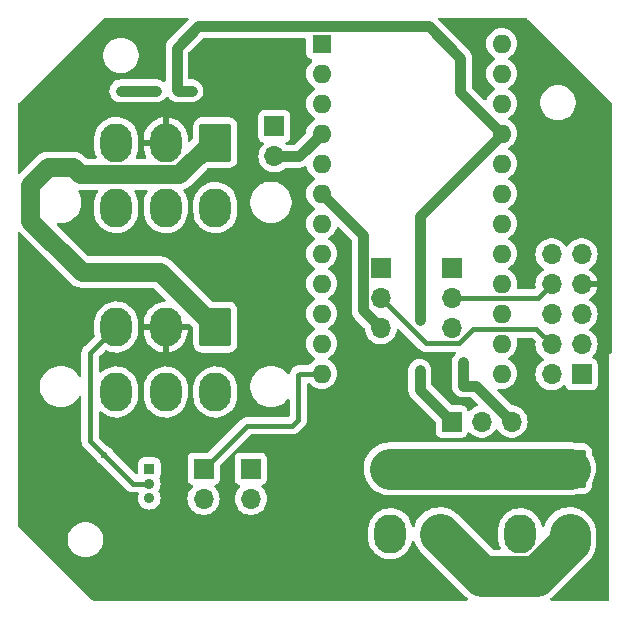
<source format=gbr>
%TF.GenerationSoftware,KiCad,Pcbnew,7.0.1*%
%TF.CreationDate,2024-03-09T19:29:19-07:00*%
%TF.ProjectId,CONTROLLER_Radar Altimeter,434f4e54-524f-44c4-9c45-525f52616461,3*%
%TF.SameCoordinates,Original*%
%TF.FileFunction,Copper,L2,Bot*%
%TF.FilePolarity,Positive*%
%FSLAX46Y46*%
G04 Gerber Fmt 4.6, Leading zero omitted, Abs format (unit mm)*
G04 Created by KiCad (PCBNEW 7.0.1) date 2024-03-09 19:29:19*
%MOMM*%
%LPD*%
G01*
G04 APERTURE LIST*
G04 Aperture macros list*
%AMRoundRect*
0 Rectangle with rounded corners*
0 $1 Rounding radius*
0 $2 $3 $4 $5 $6 $7 $8 $9 X,Y pos of 4 corners*
0 Add a 4 corners polygon primitive as box body*
4,1,4,$2,$3,$4,$5,$6,$7,$8,$9,$2,$3,0*
0 Add four circle primitives for the rounded corners*
1,1,$1+$1,$2,$3*
1,1,$1+$1,$4,$5*
1,1,$1+$1,$6,$7*
1,1,$1+$1,$8,$9*
0 Add four rect primitives between the rounded corners*
20,1,$1+$1,$2,$3,$4,$5,0*
20,1,$1+$1,$4,$5,$6,$7,0*
20,1,$1+$1,$6,$7,$8,$9,0*
20,1,$1+$1,$8,$9,$2,$3,0*%
G04 Aperture macros list end*
%TA.AperFunction,ComponentPad*%
%ADD10R,0.900000X0.900000*%
%TD*%
%TA.AperFunction,ComponentPad*%
%ADD11O,0.900000X0.900000*%
%TD*%
%TA.AperFunction,ComponentPad*%
%ADD12R,1.700000X1.700000*%
%TD*%
%TA.AperFunction,ComponentPad*%
%ADD13O,1.700000X1.700000*%
%TD*%
%TA.AperFunction,ComponentPad*%
%ADD14R,1.600000X1.600000*%
%TD*%
%TA.AperFunction,ComponentPad*%
%ADD15O,1.600000X1.600000*%
%TD*%
%TA.AperFunction,ComponentPad*%
%ADD16RoundRect,0.250001X1.099999X1.399999X-1.099999X1.399999X-1.099999X-1.399999X1.099999X-1.399999X0*%
%TD*%
%TA.AperFunction,ComponentPad*%
%ADD17O,2.700000X3.300000*%
%TD*%
%TA.AperFunction,ViaPad*%
%ADD18C,0.600000*%
%TD*%
%TA.AperFunction,Conductor*%
%ADD19C,0.914400*%
%TD*%
%TA.AperFunction,Conductor*%
%ADD20C,1.625600*%
%TD*%
%TA.AperFunction,Conductor*%
%ADD21C,3.454400*%
%TD*%
%TA.AperFunction,Conductor*%
%ADD22C,0.457200*%
%TD*%
G04 APERTURE END LIST*
D10*
%TO.P,J15,1,Pin_1*%
%TO.N,GND*%
X-93989240Y45000000D03*
D11*
%TO.P,J15,2,Pin_2*%
%TO.N,+3V3*%
X-93989240Y43750000D03*
%TO.P,J15,3,Pin_3*%
%TO.N,Net-(J15-Pin_3)*%
X-93989240Y42500000D03*
%TD*%
D12*
%TO.P,J5,1,Pin_1*%
%TO.N,/~{D10A10}*%
X-57389240Y53000000D03*
D13*
%TO.P,J5,2,Pin_2*%
%TO.N,/D16MOSI*%
X-59929240Y53000000D03*
%TO.P,J5,3,Pin_3*%
%TO.N,unconnected-(J5-Pin_3-Pad3)*%
X-57389240Y55540000D03*
%TO.P,J5,4,Pin_4*%
%TO.N,/LED_DIN*%
X-59929240Y55540000D03*
%TO.P,J5,5,Pin_5*%
%TO.N,GND*%
X-57389240Y58080000D03*
%TO.P,J5,6,Pin_6*%
X-59929240Y58080000D03*
%TO.P,J5,7,Pin_7*%
%TO.N,/+5V_SUPPLY*%
X-57389240Y60620000D03*
%TO.P,J5,8,Pin_8*%
%TO.N,/LED_DOUT*%
X-59929240Y60620000D03*
%TO.P,J5,9,Pin_9*%
%TO.N,/D15SCK*%
X-57389240Y63160000D03*
%TO.P,J5,10,Pin_10*%
%TO.N,/D14MISO*%
X-59929240Y63160000D03*
%TD*%
D12*
%TO.P,J13,1,Pin_1*%
%TO.N,/~{D9A9}*%
X-89389240Y45000000D03*
D13*
%TO.P,J13,2,Pin_2*%
%TO.N,Net-(J13-Pin_2)*%
X-89389240Y42460000D03*
%TD*%
D12*
%TO.P,J14,1,Pin_1*%
%TO.N,/~{D6A7}*%
X-85389240Y45000000D03*
D13*
%TO.P,J14,2,Pin_2*%
%TO.N,Net-(J14-Pin_2)*%
X-85389240Y42460000D03*
%TD*%
D12*
%TO.P,J17,1,Pin_1*%
%TO.N,+5V*%
X-68389240Y49000000D03*
D13*
%TO.P,J17,2,Pin_2*%
%TO.N,/A0*%
X-65849240Y49000000D03*
%TO.P,J17,3,Pin_3*%
%TO.N,GND*%
X-63309240Y49000000D03*
%TD*%
D14*
%TO.P,U0,1,TX0/D1*%
%TO.N,/TX0D1*%
X-79389240Y81000000D03*
D15*
%TO.P,U0,2,RX1/D0*%
%TO.N,/RX1D0*%
X-79389240Y78460000D03*
%TO.P,U0,3,GND*%
%TO.N,GND*%
X-79389240Y75920000D03*
%TO.P,U0,4,GND*%
X-79389240Y73380000D03*
%TO.P,U0,5,SDA/D2*%
%TO.N,/SDAD2*%
X-79389240Y70840000D03*
%TO.P,U0,6,~{SCL/D3}*%
%TO.N,/~{SCLD3}*%
X-79389240Y68300000D03*
%TO.P,U0,7,D4/A6*%
%TO.N,/D4A6*%
X-79389240Y65760000D03*
%TO.P,U0,8,~{D5}*%
%TO.N,/~{D5}*%
X-79389240Y63220000D03*
%TO.P,U0,9,~{D6/A7}*%
%TO.N,/~{D6A7}*%
X-79389240Y60680000D03*
%TO.P,U0,10,D7*%
%TO.N,/D7*%
X-79389240Y58140000D03*
%TO.P,U0,11,D8/A8*%
%TO.N,/D8A8*%
X-79389240Y55600000D03*
%TO.P,U0,12,~{D9/A9}*%
%TO.N,/~{D9A9}*%
X-79389240Y53060000D03*
%TO.P,U0,13,~{D10/A10}*%
%TO.N,/~{D10A10}*%
X-64149240Y53060000D03*
%TO.P,U0,14,D16/MOSI*%
%TO.N,/D16MOSI*%
X-64149240Y55600000D03*
%TO.P,U0,15,D14/MISO*%
%TO.N,/D14MISO*%
X-64149240Y58140000D03*
%TO.P,U0,16,D15/SCK*%
%TO.N,/D15SCK*%
X-64149240Y60680000D03*
%TO.P,U0,17,A0*%
%TO.N,/A0*%
X-64149240Y63220000D03*
%TO.P,U0,18,A1*%
%TO.N,/A1*%
X-64149240Y65760000D03*
%TO.P,U0,19,A2*%
%TO.N,/A2*%
X-64149240Y68300000D03*
%TO.P,U0,20,A3*%
%TO.N,/A3*%
X-64149240Y70840000D03*
%TO.P,U0,21,VCC*%
%TO.N,+5V*%
X-64149240Y73380000D03*
%TO.P,U0,22,RST*%
%TO.N,unconnected-(U0-RST-Pad22)*%
X-64149240Y75920000D03*
%TO.P,U0,23,GND*%
%TO.N,GND*%
X-64149240Y78460000D03*
%TO.P,U0,24,RAW*%
%TO.N,/+12V_SUPPLY*%
X-64149240Y81000000D03*
%TD*%
D12*
%TO.P,J16,1,Pin_1*%
%TO.N,/SDAD2*%
X-83389240Y74000000D03*
D13*
%TO.P,J16,2,Pin_2*%
%TO.N,GND*%
X-83389240Y71460000D03*
%TD*%
D16*
%TO.P,J1,1,Pin_1*%
%TO.N,/+12V_SUPPLY*%
X-88389240Y72610000D03*
D17*
%TO.P,J1,2,Pin_2*%
%TO.N,/+5V_SUPPLY*%
X-92589240Y72610000D03*
%TO.P,J1,3,Pin_3*%
%TO.N,+3V3*%
X-96789240Y72610000D03*
%TO.P,J1,4,Pin_4*%
%TO.N,/BUS-A*%
X-88389240Y67110000D03*
%TO.P,J1,5,Pin_5*%
%TO.N,/BUS-B*%
X-92589240Y67110000D03*
%TO.P,J1,6,Pin_6*%
%TO.N,GND*%
X-96789240Y67110000D03*
%TD*%
D16*
%TO.P,J2,1,Pin_1*%
%TO.N,/+12V_SUPPLY*%
X-88389240Y57000000D03*
D17*
%TO.P,J2,2,Pin_2*%
%TO.N,/+5V_SUPPLY*%
X-92589240Y57000000D03*
%TO.P,J2,3,Pin_3*%
%TO.N,+3V3*%
X-96789240Y57000000D03*
%TO.P,J2,4,Pin_4*%
%TO.N,/BUS-A*%
X-88389240Y51500000D03*
%TO.P,J2,5,Pin_5*%
%TO.N,/BUS-B*%
X-92589240Y51500000D03*
%TO.P,J2,6,Pin_6*%
%TO.N,GND*%
X-96789240Y51500000D03*
%TD*%
D16*
%TO.P,J3,1,Pin_1*%
%TO.N,/LED+5V*%
X-69389240Y45000000D03*
D17*
%TO.P,J3,2,Pin_2*%
X-73589240Y45000000D03*
%TO.P,J3,3,Pin_3*%
%TO.N,/LEDGND*%
X-69389240Y39500000D03*
%TO.P,J3,4,Pin_4*%
%TO.N,/DATAIN*%
X-73589240Y39500000D03*
%TD*%
D16*
%TO.P,J4,1,Pin_1*%
%TO.N,/LED+5V*%
X-58389240Y45000000D03*
D17*
%TO.P,J4,2,Pin_2*%
X-62589240Y45000000D03*
%TO.P,J4,3,Pin_3*%
%TO.N,/LEDGND*%
X-58389240Y39500000D03*
%TO.P,J4,4,Pin_4*%
%TO.N,/DATAOUT*%
X-62589240Y39500000D03*
%TD*%
D12*
%TO.P,JP1,1,A*%
%TO.N,/DATAIN*%
X-74389240Y62000000D03*
D13*
%TO.P,JP1,2,C*%
%TO.N,/LED_DIN*%
X-74389240Y59460000D03*
%TO.P,JP1,3,B*%
%TO.N,/~{SCLD3}*%
X-74389240Y56920000D03*
%TD*%
D12*
%TO.P,JP2,1,A*%
%TO.N,/DATAOUT*%
X-68389240Y62000000D03*
D13*
%TO.P,JP2,2,C*%
%TO.N,/LED_DOUT*%
X-68389240Y59460000D03*
%TO.P,JP2,3,B*%
%TO.N,GND*%
X-68389240Y56920000D03*
%TD*%
D18*
%TO.N,GND*%
X-93389240Y77000000D03*
X-67389240Y53000000D03*
X-67389240Y54000000D03*
X-96389240Y77000000D03*
X-67389240Y52000000D03*
%TO.N,+5V*%
X-71093640Y57630900D03*
X-90389240Y77000000D03*
X-71093640Y53325600D03*
%TO.N,+3V3*%
X-97789240Y46150000D03*
%TD*%
D19*
%TO.N,GND*%
X-81309240Y71460000D02*
X-79389240Y73380000D01*
X-83389240Y71460000D02*
X-81309240Y71460000D01*
X-66309240Y52000000D02*
X-67389240Y52000000D01*
X-93389240Y77000000D02*
X-96389240Y77000000D01*
X-67389240Y54000000D02*
X-67389240Y52000000D01*
X-63309240Y49000000D02*
X-66309240Y52000000D01*
%TO.N,+5V*%
X-91542240Y77000000D02*
X-91642240Y77100000D01*
X-70329441Y82457201D02*
X-67639240Y79767000D01*
X-91642240Y77100000D02*
X-91642240Y80656000D01*
X-64149240Y73380000D02*
X-71093640Y66435600D01*
X-71093640Y66435600D02*
X-71093640Y57630900D01*
X-67639240Y79767000D02*
X-67639240Y76870000D01*
X-89841039Y82457201D02*
X-70329441Y82457201D01*
X-71093640Y51704400D02*
X-68389240Y49000000D01*
X-91642240Y80656000D02*
X-89841039Y82457201D01*
X-71093640Y53325600D02*
X-71093640Y51704400D01*
X-67639240Y76870000D02*
X-64149240Y73380000D01*
X-90389240Y77000000D02*
X-91542240Y77000000D01*
D20*
%TO.N,/+12V_SUPPLY*%
X-104052041Y66014801D02*
X-99700050Y61662810D01*
X-99852091Y69947200D02*
X-100427692Y70522801D01*
X-102550788Y70522801D02*
X-104052041Y69021548D01*
X-100427692Y70522801D02*
X-102550788Y70522801D01*
X-99700050Y61662810D02*
X-93052050Y61662810D01*
X-91442040Y69947200D02*
X-99852091Y69947200D01*
X-88389240Y72610000D02*
X-88779240Y72610000D01*
X-93052050Y61662810D02*
X-88389240Y57000000D01*
X-104052041Y69021548D02*
X-104052041Y66014801D01*
X-88779240Y72610000D02*
X-91442040Y69947200D01*
D21*
%TO.N,/LEDGND*%
X-61231776Y35922790D02*
X-65812030Y35922790D01*
X-65812030Y35922790D02*
X-69389240Y39500000D01*
X-58389240Y38765326D02*
X-61231776Y35922790D01*
X-58389240Y39500000D02*
X-58389240Y38765326D01*
%TO.N,/LED+5V*%
X-62589240Y45000000D02*
X-58389240Y45000000D01*
X-69389240Y45000000D02*
X-62589240Y45000000D01*
X-73589240Y45000000D02*
X-69389240Y45000000D01*
D22*
%TO.N,/LED_DOUT*%
X-61097841Y59451399D02*
X-68380639Y59451399D01*
X-68380639Y59451399D02*
X-68389240Y59460000D01*
X-59929240Y60620000D02*
X-61097841Y59451399D01*
%TO.N,/LED_DIN*%
X-67775511Y55641399D02*
X-70570639Y55641399D01*
X-70570639Y55641399D02*
X-74389240Y59460000D01*
X-66588309Y56828601D02*
X-67775511Y55641399D01*
X-59929240Y55540000D02*
X-61217841Y56828601D01*
X-61217841Y56828601D02*
X-66588309Y56828601D01*
%TO.N,/~{D9A9}*%
X-89389240Y45000000D02*
X-89325240Y45000000D01*
X-85673240Y48652000D02*
X-81863240Y48652000D01*
X-81265240Y53060000D02*
X-79389240Y53060000D01*
X-81355240Y52970000D02*
X-81265240Y53060000D01*
X-89325240Y45000000D02*
X-85673240Y48652000D01*
X-81863240Y48652000D02*
X-81355240Y49160000D01*
X-81355240Y49160000D02*
X-81355240Y52970000D01*
D19*
%TO.N,/~{SCLD3}*%
X-75896441Y64807201D02*
X-79389240Y68300000D01*
X-74389240Y56920000D02*
X-75896441Y58427201D01*
X-75896441Y58427201D02*
X-75896441Y64807201D01*
D22*
%TO.N,+3V3*%
X-93989240Y43750000D02*
X-95389240Y43750000D01*
X-98989240Y54800000D02*
X-98989240Y47350000D01*
X-95389240Y43750000D02*
X-97789240Y46150000D01*
X-98989240Y47350000D02*
X-97789240Y46150000D01*
X-96789240Y57000000D02*
X-98989240Y54800000D01*
%TD*%
%TA.AperFunction,Conductor*%
%TO.N,/+5V_SUPPLY*%
G36*
X-90713441Y83183760D02*
G01*
X-90668708Y83145554D01*
X-90646195Y83091204D01*
X-90650811Y83032557D01*
X-90681549Y82982398D01*
X-92315307Y81348641D01*
X-92317590Y81346414D01*
X-92378753Y81288273D01*
X-92411148Y81241732D01*
X-92416907Y81234094D01*
X-92452731Y81190158D01*
X-92466144Y81164482D01*
X-92474403Y81150851D01*
X-92490951Y81127075D01*
X-92513308Y81074977D01*
X-92517414Y81066331D01*
X-92543665Y81016075D01*
X-92551636Y80988222D01*
X-92556982Y80973206D01*
X-92568406Y80946584D01*
X-92579819Y80891049D01*
X-92582100Y80881756D01*
X-92597695Y80827249D01*
X-92599895Y80798369D01*
X-92602109Y80782581D01*
X-92607940Y80754202D01*
X-92607940Y80697497D01*
X-92608304Y80687929D01*
X-92612609Y80631410D01*
X-92608950Y80602688D01*
X-92607940Y80586769D01*
X-92607940Y77874000D01*
X-92626175Y77808710D01*
X-92675603Y77762318D01*
X-92741916Y77748253D01*
X-92805919Y77770584D01*
X-92918167Y77848711D01*
X-92918166Y77848711D01*
X-92918168Y77848712D01*
X-93098656Y77926165D01*
X-93291038Y77965700D01*
X-96438212Y77965700D01*
X-96548030Y77954533D01*
X-96584638Y77950810D01*
X-96772033Y77892014D01*
X-96943759Y77796700D01*
X-97092781Y77668767D01*
X-97213003Y77513454D01*
X-97299497Y77337122D01*
X-97348727Y77146986D01*
X-97358674Y76950837D01*
X-97328934Y76756698D01*
X-97260722Y76572519D01*
X-97226391Y76517441D01*
X-97156830Y76405841D01*
X-97021514Y76263489D01*
X-96860313Y76151289D01*
X-96679826Y76073836D01*
X-96487442Y76034300D01*
X-93340274Y76034300D01*
X-93340268Y76034300D01*
X-93193844Y76049190D01*
X-93006447Y76107986D01*
X-92834721Y76203301D01*
X-92685698Y76331234D01*
X-92578443Y76469796D01*
X-92521567Y76511192D01*
X-92451361Y76515645D01*
X-92389711Y76481765D01*
X-92354445Y76446499D01*
X-92347937Y76439477D01*
X-92311007Y76396459D01*
X-92288101Y76378728D01*
X-92276132Y76368186D01*
X-92234882Y76326936D01*
X-92232653Y76324651D01*
X-92203046Y76293504D01*
X-92174514Y76263489D01*
X-92127982Y76231102D01*
X-92120344Y76225342D01*
X-92093312Y76203301D01*
X-92076399Y76189510D01*
X-92065764Y76183955D01*
X-92050727Y76176100D01*
X-92037085Y76167835D01*
X-92013313Y76151289D01*
X-91961209Y76128930D01*
X-91952578Y76124832D01*
X-91902314Y76098576D01*
X-91902312Y76098576D01*
X-91902311Y76098575D01*
X-91874476Y76090611D01*
X-91859449Y76085261D01*
X-91832826Y76073836D01*
X-91777286Y76062423D01*
X-91768015Y76060149D01*
X-91713487Y76044545D01*
X-91684604Y76042347D01*
X-91668816Y76040132D01*
X-91640442Y76034300D01*
X-91583737Y76034300D01*
X-91574171Y76033937D01*
X-91517650Y76029632D01*
X-91488927Y76033291D01*
X-91473009Y76034300D01*
X-90340274Y76034300D01*
X-90340268Y76034300D01*
X-90193844Y76049190D01*
X-90006447Y76107986D01*
X-89834721Y76203301D01*
X-89685698Y76331234D01*
X-89565478Y76486545D01*
X-89478983Y76662878D01*
X-89429754Y76853012D01*
X-89419806Y77049164D01*
X-89449547Y77243303D01*
X-89517759Y77427482D01*
X-89621650Y77594159D01*
X-89756966Y77736511D01*
X-89918167Y77848711D01*
X-89918166Y77848711D01*
X-89918168Y77848712D01*
X-90098656Y77926165D01*
X-90291038Y77965700D01*
X-90550540Y77965700D01*
X-90613540Y77982581D01*
X-90659659Y78028700D01*
X-90676540Y78091700D01*
X-90676540Y80203804D01*
X-90666949Y80252022D01*
X-90639635Y80292899D01*
X-89477937Y81454596D01*
X-89437060Y81481910D01*
X-89388842Y81491501D01*
X-80823740Y81491501D01*
X-80760740Y81474620D01*
X-80714621Y81428501D01*
X-80697740Y81365501D01*
X-80697740Y80151362D01*
X-80691229Y80090800D01*
X-80640129Y79953795D01*
X-80552502Y79836739D01*
X-80435446Y79749112D01*
X-80435445Y79749112D01*
X-80435444Y79749111D01*
X-80298441Y79698011D01*
X-80289042Y79697001D01*
X-80232219Y79676295D01*
X-80191590Y79631496D01*
X-80176516Y79572926D01*
X-80190469Y79514079D01*
X-80230235Y79468513D01*
X-80233542Y79466198D01*
X-80395436Y79304304D01*
X-80526763Y79116751D01*
X-80623525Y78909244D01*
X-80682783Y78688088D01*
X-80702738Y78460001D01*
X-80682783Y78231913D01*
X-80623525Y78010757D01*
X-80526763Y77803250D01*
X-80395436Y77615697D01*
X-80233544Y77453805D01*
X-80233541Y77453803D01*
X-80233540Y77453802D01*
X-80045989Y77322477D01*
X-80006783Y77304195D01*
X-79953767Y77257702D01*
X-79934033Y77190003D01*
X-79953765Y77122303D01*
X-80006781Y77075807D01*
X-80045989Y77057524D01*
X-80233544Y76926196D01*
X-80395436Y76764304D01*
X-80526763Y76576751D01*
X-80623525Y76369244D01*
X-80682783Y76148088D01*
X-80702738Y75920001D01*
X-80682783Y75691913D01*
X-80623525Y75470757D01*
X-80526763Y75263250D01*
X-80395436Y75075697D01*
X-80233544Y74913805D01*
X-80233541Y74913803D01*
X-80233540Y74913802D01*
X-80045989Y74782477D01*
X-80016015Y74768500D01*
X-80006783Y74764195D01*
X-79953766Y74717700D01*
X-79934033Y74650000D01*
X-79953766Y74582300D01*
X-80006783Y74535805D01*
X-80045990Y74517523D01*
X-80233544Y74386196D01*
X-80395436Y74224304D01*
X-80526763Y74036751D01*
X-80623525Y73829243D01*
X-80682785Y73608083D01*
X-80693737Y73482899D01*
X-80705062Y73440631D01*
X-80730162Y73404786D01*
X-81672344Y72462603D01*
X-81713218Y72435291D01*
X-81761436Y72425700D01*
X-82327707Y72425700D01*
X-82394307Y72444740D01*
X-82440779Y72496106D01*
X-82453078Y72564274D01*
X-82427487Y72628642D01*
X-82371739Y72669756D01*
X-82293036Y72699111D01*
X-82175979Y72786739D01*
X-82088351Y72903796D01*
X-82037251Y73040799D01*
X-82030740Y73101362D01*
X-82030740Y74898638D01*
X-82037251Y74959201D01*
X-82088351Y75096204D01*
X-82088352Y75096206D01*
X-82175979Y75213262D01*
X-82293035Y75300889D01*
X-82361538Y75326439D01*
X-82430039Y75351989D01*
X-82490602Y75358500D01*
X-84287878Y75358500D01*
X-84348441Y75351989D01*
X-84485446Y75300889D01*
X-84602502Y75213262D01*
X-84690129Y75096206D01*
X-84697777Y75075700D01*
X-84741229Y74959201D01*
X-84747740Y74898638D01*
X-84747740Y73101362D01*
X-84741229Y73040799D01*
X-84729779Y73010101D01*
X-84690129Y72903795D01*
X-84602502Y72786739D01*
X-84485446Y72699112D01*
X-84485445Y72699112D01*
X-84485444Y72699111D01*
X-84370431Y72656213D01*
X-84320100Y72621652D01*
X-84291925Y72567481D01*
X-84292528Y72506426D01*
X-84321765Y72452822D01*
X-84464959Y72297272D01*
X-84588101Y72108791D01*
X-84678538Y71902612D01*
X-84733803Y71684373D01*
X-84733804Y71684368D01*
X-84752396Y71460000D01*
X-84733804Y71235632D01*
X-84733804Y71235629D01*
X-84733803Y71235628D01*
X-84678538Y71017389D01*
X-84588101Y70811210D01*
X-84520480Y70707708D01*
X-84464962Y70622732D01*
X-84339966Y70486951D01*
X-84312478Y70457092D01*
X-84227250Y70390756D01*
X-84134816Y70318811D01*
X-83936814Y70211658D01*
X-83723875Y70138556D01*
X-83501809Y70101500D01*
X-83276674Y70101500D01*
X-83276671Y70101500D01*
X-83054605Y70138556D01*
X-82841666Y70211658D01*
X-82643664Y70318811D01*
X-82485509Y70441909D01*
X-82457761Y70463506D01*
X-82456903Y70462404D01*
X-82427097Y70483686D01*
X-82376481Y70494300D01*
X-81323062Y70494300D01*
X-81319871Y70494260D01*
X-81318643Y70494229D01*
X-81235533Y70492123D01*
X-81179734Y70502125D01*
X-81170272Y70503453D01*
X-81113844Y70509190D01*
X-81086208Y70517862D01*
X-81070724Y70521662D01*
X-81042210Y70526772D01*
X-80989549Y70547809D01*
X-80980534Y70551017D01*
X-80926447Y70567986D01*
X-80901124Y70582043D01*
X-80886724Y70588882D01*
X-80859818Y70599628D01*
X-80852395Y70604521D01*
X-80796867Y70624556D01*
X-80738304Y70617099D01*
X-80689565Y70583785D01*
X-80661351Y70531927D01*
X-80623524Y70390756D01*
X-80526763Y70183250D01*
X-80395436Y69995697D01*
X-80233544Y69833805D01*
X-80233541Y69833803D01*
X-80233540Y69833802D01*
X-80045989Y69702477D01*
X-80010881Y69686106D01*
X-80006783Y69684195D01*
X-79953766Y69637700D01*
X-79934033Y69570000D01*
X-79953766Y69502300D01*
X-80006783Y69455805D01*
X-80045990Y69437523D01*
X-80233544Y69306196D01*
X-80395436Y69144304D01*
X-80526763Y68956751D01*
X-80623525Y68749244D01*
X-80682783Y68528088D01*
X-80702738Y68300001D01*
X-80682783Y68071913D01*
X-80623525Y67850757D01*
X-80526763Y67643250D01*
X-80395436Y67455697D01*
X-80233544Y67293805D01*
X-80233541Y67293803D01*
X-80233540Y67293802D01*
X-80045989Y67162477D01*
X-80010881Y67146106D01*
X-80006783Y67144195D01*
X-79953766Y67097700D01*
X-79934033Y67030000D01*
X-79953766Y66962300D01*
X-80006783Y66915805D01*
X-80045990Y66897523D01*
X-80233544Y66766196D01*
X-80395436Y66604304D01*
X-80526763Y66416751D01*
X-80623525Y66209244D01*
X-80682783Y65988088D01*
X-80702738Y65760000D01*
X-80682783Y65531913D01*
X-80623525Y65310757D01*
X-80526763Y65103250D01*
X-80395436Y64915697D01*
X-80233544Y64753805D01*
X-80233541Y64753803D01*
X-80233540Y64753802D01*
X-80045989Y64622477D01*
X-80010881Y64606106D01*
X-80006783Y64604195D01*
X-79953766Y64557700D01*
X-79934033Y64490000D01*
X-79953766Y64422300D01*
X-80006783Y64375805D01*
X-80045990Y64357523D01*
X-80233544Y64226196D01*
X-80395436Y64064304D01*
X-80526763Y63876751D01*
X-80623525Y63669244D01*
X-80682783Y63448088D01*
X-80702738Y63220000D01*
X-80682783Y62991913D01*
X-80623525Y62770757D01*
X-80526763Y62563250D01*
X-80395436Y62375697D01*
X-80233544Y62213805D01*
X-80233541Y62213803D01*
X-80233540Y62213802D01*
X-80045989Y62082477D01*
X-80010881Y62066106D01*
X-80006783Y62064195D01*
X-79953766Y62017700D01*
X-79934033Y61950000D01*
X-79953766Y61882300D01*
X-80006783Y61835805D01*
X-80045990Y61817523D01*
X-80233544Y61686196D01*
X-80395436Y61524304D01*
X-80526763Y61336751D01*
X-80623525Y61129244D01*
X-80682783Y60908088D01*
X-80702738Y60680000D01*
X-80682783Y60451913D01*
X-80623525Y60230757D01*
X-80526763Y60023250D01*
X-80395436Y59835697D01*
X-80233544Y59673805D01*
X-80233541Y59673803D01*
X-80233540Y59673802D01*
X-80045989Y59542477D01*
X-80010881Y59526106D01*
X-80006783Y59524195D01*
X-79953766Y59477700D01*
X-79934033Y59410000D01*
X-79953766Y59342300D01*
X-80006783Y59295805D01*
X-80045990Y59277523D01*
X-80233544Y59146196D01*
X-80395436Y58984304D01*
X-80526763Y58796751D01*
X-80623525Y58589244D01*
X-80682783Y58368088D01*
X-80702738Y58140000D01*
X-80682783Y57911913D01*
X-80623525Y57690757D01*
X-80526763Y57483250D01*
X-80395436Y57295697D01*
X-80233544Y57133805D01*
X-80233541Y57133803D01*
X-80233540Y57133802D01*
X-80045989Y57002477D01*
X-80019015Y56989899D01*
X-80006783Y56984195D01*
X-79953766Y56937700D01*
X-79934033Y56870000D01*
X-79953766Y56802300D01*
X-80006783Y56755805D01*
X-80045990Y56737523D01*
X-80233544Y56606196D01*
X-80395436Y56444304D01*
X-80526763Y56256751D01*
X-80623525Y56049244D01*
X-80682783Y55828088D01*
X-80702738Y55600000D01*
X-80682783Y55371913D01*
X-80623525Y55150757D01*
X-80526763Y54943250D01*
X-80395436Y54755697D01*
X-80233544Y54593805D01*
X-80233541Y54593803D01*
X-80233540Y54593802D01*
X-80045989Y54462477D01*
X-80010881Y54446106D01*
X-80006783Y54444195D01*
X-79953766Y54397700D01*
X-79934033Y54330000D01*
X-79953766Y54262300D01*
X-80006783Y54215805D01*
X-80045990Y54197523D01*
X-80233544Y54066196D01*
X-80395434Y53904306D01*
X-80395439Y53904300D01*
X-80395438Y53904300D01*
X-80432880Y53850828D01*
X-80477910Y53811337D01*
X-80536091Y53797100D01*
X-81202361Y53797100D01*
X-81220621Y53798430D01*
X-81243655Y53801804D01*
X-81243656Y53801804D01*
X-81282222Y53798430D01*
X-81291950Y53797579D01*
X-81302930Y53797100D01*
X-81308173Y53797100D01*
X-81338335Y53793575D01*
X-81341979Y53793203D01*
X-81416865Y53786651D01*
X-81434911Y53782651D01*
X-81505552Y53756940D01*
X-81509005Y53755740D01*
X-81578873Y53732587D01*
X-81578874Y53732587D01*
X-81580363Y53732093D01*
X-81596999Y53724039D01*
X-81659791Y53682740D01*
X-81662880Y53680772D01*
X-81726860Y53641308D01*
X-81741186Y53629638D01*
X-81792770Y53574963D01*
X-81795323Y53572336D01*
X-81831988Y53535671D01*
X-81845838Y53523701D01*
X-81864512Y53509799D01*
X-81895672Y53472664D01*
X-81903087Y53464572D01*
X-81906804Y53460855D01*
X-81925652Y53437020D01*
X-81927960Y53434187D01*
X-81976274Y53376608D01*
X-81986205Y53361021D01*
X-82017974Y53292891D01*
X-82019571Y53289594D01*
X-82053305Y53222424D01*
X-82059376Y53204958D01*
X-82074578Y53131337D01*
X-82075370Y53127763D01*
X-82084684Y53088462D01*
X-82110497Y53036849D01*
X-82156613Y53002157D01*
X-82213359Y52991664D01*
X-82268831Y53007571D01*
X-82311394Y53046540D01*
X-82316804Y53054476D01*
X-82348339Y53088462D01*
X-82495259Y53246805D01*
X-82700383Y53410386D01*
X-82927597Y53541568D01*
X-82983894Y53563663D01*
X-83171823Y53637420D01*
X-83427609Y53695802D01*
X-83460300Y53698252D01*
X-83623746Y53710500D01*
X-83754734Y53710500D01*
X-83894832Y53700002D01*
X-83950872Y53695802D01*
X-84206658Y53637420D01*
X-84450884Y53541568D01*
X-84654860Y53423802D01*
X-84678097Y53410386D01*
X-84883221Y53246805D01*
X-85021715Y53097545D01*
X-85061677Y53054475D01*
X-85209468Y52837705D01*
X-85323304Y52601324D01*
X-85400453Y52351209D01*
X-85400636Y52350615D01*
X-85439740Y52091182D01*
X-85439740Y51828818D01*
X-85400636Y51569385D01*
X-85400635Y51569382D01*
X-85323304Y51318677D01*
X-85209468Y51082296D01*
X-85061677Y50865526D01*
X-85061675Y50865524D01*
X-85061673Y50865521D01*
X-84883221Y50673195D01*
X-84678097Y50509614D01*
X-84450883Y50378432D01*
X-84206656Y50282580D01*
X-83950870Y50224198D01*
X-83754734Y50209500D01*
X-83623751Y50209500D01*
X-83623746Y50209500D01*
X-83427610Y50224198D01*
X-83171824Y50282580D01*
X-82927597Y50378432D01*
X-82700383Y50509614D01*
X-82495259Y50673195D01*
X-82316807Y50865521D01*
X-82310704Y50872098D01*
X-82260844Y50905011D01*
X-82201427Y50911256D01*
X-82145812Y50889429D01*
X-82106504Y50844437D01*
X-82092340Y50786396D01*
X-82092340Y49517507D01*
X-82101931Y49469289D01*
X-82129245Y49428412D01*
X-82131652Y49426005D01*
X-82172529Y49398691D01*
X-82220747Y49389100D01*
X-85610361Y49389100D01*
X-85628621Y49390430D01*
X-85651655Y49393804D01*
X-85651656Y49393804D01*
X-85690222Y49390430D01*
X-85699950Y49389579D01*
X-85710930Y49389100D01*
X-85716173Y49389100D01*
X-85746335Y49385575D01*
X-85749979Y49385203D01*
X-85824865Y49378651D01*
X-85842911Y49374651D01*
X-85913552Y49348940D01*
X-85917005Y49347740D01*
X-85986873Y49324587D01*
X-85986874Y49324587D01*
X-85988363Y49324093D01*
X-86004999Y49316039D01*
X-86067791Y49274740D01*
X-86070880Y49272772D01*
X-86134860Y49233308D01*
X-86149186Y49221638D01*
X-86200770Y49166963D01*
X-86203323Y49164336D01*
X-88972252Y46395405D01*
X-89013129Y46368091D01*
X-89061347Y46358500D01*
X-90287878Y46358500D01*
X-90348441Y46351989D01*
X-90485446Y46300889D01*
X-90602502Y46213262D01*
X-90690129Y46096206D01*
X-90741229Y45959201D01*
X-90747740Y45898638D01*
X-90747740Y44101362D01*
X-90741229Y44040800D01*
X-90690129Y43903795D01*
X-90602502Y43786739D01*
X-90485446Y43699112D01*
X-90485445Y43699112D01*
X-90485444Y43699111D01*
X-90370431Y43656213D01*
X-90320100Y43621652D01*
X-90291925Y43567481D01*
X-90292528Y43506426D01*
X-90321765Y43452822D01*
X-90464959Y43297272D01*
X-90464961Y43297270D01*
X-90464962Y43297268D01*
X-90480652Y43273253D01*
X-90588101Y43108791D01*
X-90678538Y42902612D01*
X-90732910Y42687900D01*
X-90733804Y42684368D01*
X-90752396Y42460000D01*
X-90733804Y42235632D01*
X-90733804Y42235629D01*
X-90733803Y42235628D01*
X-90678538Y42017389D01*
X-90588101Y41811210D01*
X-90483362Y41650896D01*
X-90464962Y41622732D01*
X-90312636Y41457263D01*
X-90312478Y41457092D01*
X-90134819Y41318813D01*
X-90134816Y41318811D01*
X-89936814Y41211658D01*
X-89723875Y41138556D01*
X-89501809Y41101500D01*
X-89276674Y41101500D01*
X-89276671Y41101500D01*
X-89054605Y41138556D01*
X-88841666Y41211658D01*
X-88643664Y41318811D01*
X-88466000Y41457094D01*
X-88313518Y41622732D01*
X-88190380Y41811209D01*
X-88099944Y42017384D01*
X-88044676Y42235632D01*
X-88026084Y42460000D01*
X-86752396Y42460000D01*
X-86733804Y42235632D01*
X-86733804Y42235629D01*
X-86733803Y42235628D01*
X-86678538Y42017389D01*
X-86588101Y41811210D01*
X-86483362Y41650896D01*
X-86464962Y41622732D01*
X-86312636Y41457263D01*
X-86312478Y41457092D01*
X-86134819Y41318813D01*
X-86134816Y41318811D01*
X-85936814Y41211658D01*
X-85723875Y41138556D01*
X-85501809Y41101500D01*
X-85276674Y41101500D01*
X-85276671Y41101500D01*
X-85054605Y41138556D01*
X-84841666Y41211658D01*
X-84643664Y41318811D01*
X-84466000Y41457094D01*
X-84313518Y41622732D01*
X-84190380Y41811209D01*
X-84099944Y42017384D01*
X-84044676Y42235632D01*
X-84026084Y42460000D01*
X-84044676Y42684368D01*
X-84099944Y42902616D01*
X-84190380Y43108791D01*
X-84313518Y43297268D01*
X-84456717Y43452822D01*
X-84485953Y43506425D01*
X-84486556Y43567481D01*
X-84458381Y43621652D01*
X-84408052Y43656213D01*
X-84293036Y43699111D01*
X-84175979Y43786739D01*
X-84088351Y43903796D01*
X-84037251Y44040799D01*
X-84030740Y44101362D01*
X-84030740Y44925127D01*
X-75828693Y44925127D01*
X-75798732Y44627305D01*
X-75729342Y44336134D01*
X-75674859Y44194673D01*
X-75621762Y44056810D01*
X-75477911Y43794315D01*
X-75300361Y43553341D01*
X-75300359Y43553339D01*
X-75092270Y43338177D01*
X-74857360Y43152670D01*
X-74599820Y43000129D01*
X-74383593Y42908441D01*
X-74324247Y42883276D01*
X-74035560Y42804196D01*
X-73813067Y42774275D01*
X-73738903Y42764300D01*
X-69538903Y42764300D01*
X-69314490Y42764300D01*
X-62738903Y42764300D01*
X-62514490Y42764300D01*
X-58314495Y42764300D01*
X-58314490Y42764300D01*
X-58090583Y42779289D01*
X-57797256Y42838910D01*
X-57797257Y42838910D01*
X-57796936Y42838975D01*
X-57771839Y42841500D01*
X-57238700Y42841500D01*
X-57238696Y42841500D01*
X-57134815Y42852113D01*
X-56966502Y42907885D01*
X-56815589Y43000970D01*
X-56690210Y43126349D01*
X-56597125Y43277262D01*
X-56541353Y43445575D01*
X-56530740Y43549456D01*
X-56530740Y43719563D01*
X-56510945Y43787361D01*
X-56424255Y43923159D01*
X-56298258Y44194674D01*
X-56209576Y44480560D01*
X-56159789Y44775715D01*
X-56149787Y45074873D01*
X-56179748Y45372695D01*
X-56249138Y45663866D01*
X-56356718Y45943190D01*
X-56500568Y46205683D01*
X-56506180Y46213300D01*
X-56524442Y46248701D01*
X-56530740Y46288038D01*
X-56530740Y46450540D01*
X-56536101Y46503015D01*
X-56541353Y46554425D01*
X-56597125Y46722738D01*
X-56690210Y46873651D01*
X-56690212Y46873653D01*
X-56690213Y46873655D01*
X-56815586Y46999028D01*
X-56815589Y46999030D01*
X-56966502Y47092115D01*
X-57050659Y47120001D01*
X-57134814Y47147887D01*
X-57155592Y47150010D01*
X-57238696Y47158500D01*
X-57238700Y47158500D01*
X-57789795Y47158500D01*
X-57823084Y47162977D01*
X-57942922Y47195805D01*
X-58208139Y47231472D01*
X-58239577Y47235700D01*
X-62439577Y47235700D01*
X-69239577Y47235700D01*
X-73663990Y47235700D01*
X-73775944Y47228206D01*
X-73887902Y47220711D01*
X-74181225Y47161091D01*
X-74463988Y47062904D01*
X-74731137Y46927908D01*
X-74977917Y46758503D01*
X-75199912Y46557719D01*
X-75393162Y46329143D01*
X-75554228Y46076838D01*
X-75680222Y45805328D01*
X-75768904Y45519443D01*
X-75793657Y45372695D01*
X-75818691Y45224285D01*
X-75828693Y44925127D01*
X-84030740Y44925127D01*
X-84030740Y45898638D01*
X-84037251Y45959201D01*
X-84088351Y46096204D01*
X-84170305Y46205682D01*
X-84175979Y46213262D01*
X-84293035Y46300889D01*
X-84368787Y46329143D01*
X-84430039Y46351989D01*
X-84490602Y46358500D01*
X-86287878Y46358500D01*
X-86348441Y46351989D01*
X-86485446Y46300889D01*
X-86602502Y46213262D01*
X-86690129Y46096206D01*
X-86741229Y45959201D01*
X-86747740Y45898638D01*
X-86747740Y44101362D01*
X-86741229Y44040800D01*
X-86690129Y43903795D01*
X-86602502Y43786739D01*
X-86485446Y43699112D01*
X-86485445Y43699112D01*
X-86485444Y43699111D01*
X-86370431Y43656213D01*
X-86320100Y43621652D01*
X-86291925Y43567481D01*
X-86292528Y43506426D01*
X-86321765Y43452822D01*
X-86464959Y43297272D01*
X-86464961Y43297270D01*
X-86464962Y43297268D01*
X-86480652Y43273253D01*
X-86588101Y43108791D01*
X-86678538Y42902612D01*
X-86732910Y42687900D01*
X-86733804Y42684368D01*
X-86752396Y42460000D01*
X-88026084Y42460000D01*
X-88044676Y42684368D01*
X-88099944Y42902616D01*
X-88190380Y43108791D01*
X-88313518Y43297268D01*
X-88456717Y43452822D01*
X-88485953Y43506425D01*
X-88486556Y43567481D01*
X-88458381Y43621652D01*
X-88408052Y43656213D01*
X-88293036Y43699111D01*
X-88175979Y43786739D01*
X-88088351Y43903796D01*
X-88037251Y44040799D01*
X-88030740Y44101362D01*
X-88030740Y45199893D01*
X-88021149Y45248111D01*
X-87993835Y45288988D01*
X-85404828Y47877995D01*
X-85363951Y47905309D01*
X-85315733Y47914900D01*
X-81926119Y47914900D01*
X-81907859Y47913570D01*
X-81904407Y47913065D01*
X-81884824Y47910196D01*
X-81836531Y47914421D01*
X-81825550Y47914900D01*
X-81820312Y47914900D01*
X-81820309Y47914900D01*
X-81790121Y47918429D01*
X-81786540Y47918795D01*
X-81713171Y47925213D01*
X-81713166Y47925215D01*
X-81711597Y47925352D01*
X-81693585Y47929345D01*
X-81692100Y47929886D01*
X-81692096Y47929886D01*
X-81622884Y47955078D01*
X-81619513Y47956250D01*
X-81549607Y47979413D01*
X-81549604Y47979416D01*
X-81548104Y47979912D01*
X-81531495Y47987954D01*
X-81530183Y47988818D01*
X-81530178Y47988819D01*
X-81468677Y48029270D01*
X-81465654Y48031197D01*
X-81402952Y48069871D01*
X-81402947Y48069877D01*
X-81401605Y48070704D01*
X-81387306Y48082352D01*
X-81386222Y48083502D01*
X-81386216Y48083505D01*
X-81335662Y48137091D01*
X-81333175Y48139650D01*
X-80878490Y48594335D01*
X-80864643Y48606301D01*
X-80845968Y48620203D01*
X-80814801Y48657348D01*
X-80807384Y48665440D01*
X-80803675Y48669148D01*
X-80784795Y48693027D01*
X-80782551Y48695782D01*
X-80735209Y48752199D01*
X-80735209Y48752201D01*
X-80734190Y48753414D01*
X-80724282Y48768968D01*
X-80692505Y48837114D01*
X-80690926Y48840377D01*
X-80657877Y48906181D01*
X-80657877Y48906184D01*
X-80657165Y48907600D01*
X-80651113Y48925010D01*
X-80650792Y48926567D01*
X-80650790Y48926570D01*
X-80635892Y48998727D01*
X-80635132Y49002154D01*
X-80618140Y49073845D01*
X-80618140Y49073848D01*
X-80617778Y49075375D01*
X-80615902Y49093741D01*
X-80615948Y49095317D01*
X-80615947Y49095320D01*
X-80618088Y49168876D01*
X-80618140Y49172539D01*
X-80618140Y52134211D01*
X-80604407Y52191414D01*
X-80566201Y52236147D01*
X-80511851Y52258660D01*
X-80453204Y52254044D01*
X-80403045Y52223306D01*
X-80233544Y52053805D01*
X-80045991Y51922478D01*
X-79838484Y51825716D01*
X-79779226Y51809838D01*
X-79617327Y51766457D01*
X-79389240Y51746502D01*
X-79161153Y51766457D01*
X-78939997Y51825716D01*
X-78732491Y51922477D01*
X-78544940Y52053802D01*
X-78383042Y52215700D01*
X-78251717Y52403251D01*
X-78154956Y52610757D01*
X-78095697Y52831913D01*
X-78075742Y53060000D01*
X-78095697Y53288087D01*
X-78154956Y53509243D01*
X-78157659Y53515039D01*
X-78251718Y53716751D01*
X-78366110Y53880119D01*
X-78383042Y53904300D01*
X-78383043Y53904301D01*
X-78383045Y53904304D01*
X-78544937Y54066196D01*
X-78732492Y54197524D01*
X-78771697Y54215805D01*
X-78824715Y54262300D01*
X-78844448Y54330000D01*
X-78824715Y54397700D01*
X-78771697Y54444195D01*
X-78767077Y54446350D01*
X-78732491Y54462477D01*
X-78544940Y54593802D01*
X-78383042Y54755700D01*
X-78251717Y54943251D01*
X-78154956Y55150757D01*
X-78095697Y55371913D01*
X-78075742Y55600000D01*
X-78095697Y55828087D01*
X-78139104Y55990082D01*
X-78154956Y56049244D01*
X-78251718Y56256751D01*
X-78383045Y56444304D01*
X-78544937Y56606196D01*
X-78732492Y56737524D01*
X-78771697Y56755805D01*
X-78824715Y56802300D01*
X-78844448Y56870000D01*
X-78824715Y56937700D01*
X-78771697Y56984195D01*
X-78759465Y56989899D01*
X-78732491Y57002477D01*
X-78544940Y57133802D01*
X-78383042Y57295700D01*
X-78251717Y57483251D01*
X-78154956Y57690757D01*
X-78095697Y57911913D01*
X-78075742Y58140000D01*
X-78095697Y58368087D01*
X-78145965Y58555688D01*
X-78154956Y58589244D01*
X-78251718Y58796751D01*
X-78363800Y58956819D01*
X-78383042Y58984300D01*
X-78383043Y58984301D01*
X-78383045Y58984304D01*
X-78544937Y59146196D01*
X-78732492Y59277524D01*
X-78771697Y59295805D01*
X-78824715Y59342300D01*
X-78844448Y59410000D01*
X-78824715Y59477700D01*
X-78771697Y59524195D01*
X-78767077Y59526350D01*
X-78732491Y59542477D01*
X-78544940Y59673802D01*
X-78383042Y59835700D01*
X-78251717Y60023251D01*
X-78154956Y60230757D01*
X-78095697Y60451913D01*
X-78075742Y60680000D01*
X-78095697Y60908087D01*
X-78154956Y61129243D01*
X-78251717Y61336749D01*
X-78383042Y61524300D01*
X-78383043Y61524301D01*
X-78383045Y61524304D01*
X-78544937Y61686196D01*
X-78732492Y61817524D01*
X-78771697Y61835805D01*
X-78824715Y61882300D01*
X-78844448Y61950000D01*
X-78824715Y62017700D01*
X-78771697Y62064195D01*
X-78767077Y62066350D01*
X-78732491Y62082477D01*
X-78544940Y62213802D01*
X-78383042Y62375700D01*
X-78251717Y62563251D01*
X-78154956Y62770757D01*
X-78095697Y62991913D01*
X-78075742Y63220000D01*
X-78095697Y63448087D01*
X-78139078Y63609986D01*
X-78154956Y63669244D01*
X-78251718Y63876751D01*
X-78383045Y64064304D01*
X-78544937Y64226196D01*
X-78732493Y64357525D01*
X-78771699Y64375807D01*
X-78824716Y64422303D01*
X-78844448Y64490003D01*
X-78824714Y64557703D01*
X-78771698Y64604195D01*
X-78732491Y64622477D01*
X-78544940Y64753802D01*
X-78383042Y64915700D01*
X-78251717Y65103251D01*
X-78154956Y65310757D01*
X-78129181Y65406952D01*
X-78096571Y65463434D01*
X-78040087Y65496046D01*
X-77974864Y65496046D01*
X-77918380Y65463434D01*
X-76899046Y64444100D01*
X-76871732Y64403223D01*
X-76862141Y64355005D01*
X-76862141Y58441023D01*
X-76862181Y58437832D01*
X-76864318Y58353492D01*
X-76854316Y58297685D01*
X-76852987Y58288206D01*
X-76847252Y58231807D01*
X-76838580Y58204167D01*
X-76834781Y58188689D01*
X-76831882Y58172517D01*
X-76829669Y58160170D01*
X-76808643Y58107534D01*
X-76805432Y58098515D01*
X-76788456Y58044409D01*
X-76774399Y58019084D01*
X-76767560Y58004684D01*
X-76758731Y57982580D01*
X-76756812Y57977776D01*
X-76725616Y57930442D01*
X-76720665Y57922270D01*
X-76705174Y57894362D01*
X-76693139Y57872679D01*
X-76674276Y57850708D01*
X-76664675Y57837976D01*
X-76648733Y57813787D01*
X-76608634Y57773688D01*
X-76602138Y57766678D01*
X-76565208Y57723660D01*
X-76542302Y57705929D01*
X-76530333Y57695387D01*
X-75784827Y56949881D01*
X-75759605Y56913774D01*
X-75748352Y56871192D01*
X-75733804Y56695632D01*
X-75733804Y56695629D01*
X-75733803Y56695628D01*
X-75678538Y56477389D01*
X-75588101Y56271210D01*
X-75464962Y56082732D01*
X-75312478Y55917092D01*
X-75134819Y55778813D01*
X-75134816Y55778811D01*
X-74936814Y55671658D01*
X-74723875Y55598556D01*
X-74501809Y55561500D01*
X-74276674Y55561500D01*
X-74276671Y55561500D01*
X-74054605Y55598556D01*
X-73841666Y55671658D01*
X-73643664Y55778811D01*
X-73466000Y55917094D01*
X-73313518Y56082732D01*
X-73190380Y56271209D01*
X-73099944Y56477384D01*
X-73044676Y56695632D01*
X-73038246Y56773239D01*
X-73012904Y56839189D01*
X-72956044Y56881132D01*
X-72885547Y56885875D01*
X-72823582Y56851925D01*
X-71136309Y55164652D01*
X-71124338Y55150800D01*
X-71110436Y55132127D01*
X-71073297Y55100963D01*
X-71065194Y55093537D01*
X-71061491Y55089834D01*
X-71037632Y55070969D01*
X-71034855Y55068706D01*
X-71004972Y55043632D01*
X-70977237Y55020358D01*
X-70961662Y55010437D01*
X-70960238Y55009773D01*
X-70960234Y55009770D01*
X-70893537Y54978669D01*
X-70890239Y54977072D01*
X-70878895Y54971375D01*
X-70824458Y54944036D01*
X-70824456Y54944036D01*
X-70823043Y54943326D01*
X-70805617Y54937269D01*
X-70804071Y54936950D01*
X-70804069Y54936949D01*
X-70731986Y54922066D01*
X-70728445Y54921281D01*
X-70655268Y54903937D01*
X-70636899Y54902061D01*
X-70635324Y54902107D01*
X-70635319Y54902106D01*
X-70561764Y54904247D01*
X-70558100Y54904299D01*
X-68155015Y54904299D01*
X-68097244Y54890275D01*
X-68052334Y54851323D01*
X-68030281Y54796116D01*
X-68035995Y54736943D01*
X-68068204Y54686977D01*
X-68087906Y54668248D01*
X-68125750Y54632275D01*
X-68237952Y54471073D01*
X-68315405Y54290585D01*
X-68354940Y54098202D01*
X-68354940Y52027650D01*
X-68355102Y52021268D01*
X-68358675Y51950836D01*
X-68347993Y51881106D01*
X-68347187Y51874777D01*
X-68340051Y51804604D01*
X-68335541Y51790231D01*
X-68331217Y51771601D01*
X-68328933Y51756697D01*
X-68304432Y51690540D01*
X-68302373Y51684518D01*
X-68300146Y51677421D01*
X-68281254Y51617205D01*
X-68273943Y51604034D01*
X-68265956Y51586651D01*
X-68260724Y51572524D01*
X-68260723Y51572521D01*
X-68260721Y51572518D01*
X-68223402Y51512644D01*
X-68220181Y51507172D01*
X-68185940Y51445481D01*
X-68176120Y51434042D01*
X-68164802Y51418629D01*
X-68156832Y51405844D01*
X-68156830Y51405841D01*
X-68128192Y51375714D01*
X-68108229Y51354713D01*
X-68103951Y51349977D01*
X-68058006Y51296458D01*
X-68046089Y51287233D01*
X-68031895Y51274410D01*
X-68021513Y51263488D01*
X-67963634Y51223203D01*
X-67958489Y51219425D01*
X-67938097Y51203641D01*
X-67902695Y51176238D01*
X-67889170Y51169604D01*
X-67872677Y51159895D01*
X-67860312Y51151288D01*
X-67795485Y51123469D01*
X-67789683Y51120803D01*
X-67726367Y51089745D01*
X-67726366Y51089745D01*
X-67726362Y51089743D01*
X-67711774Y51085966D01*
X-67693677Y51079780D01*
X-67679826Y51073836D01*
X-67610708Y51059632D01*
X-67604516Y51058195D01*
X-67536228Y51040514D01*
X-67521184Y51039752D01*
X-67502206Y51037335D01*
X-67487442Y51034300D01*
X-67416890Y51034300D01*
X-67410508Y51034138D01*
X-67340076Y51030566D01*
X-67326402Y51032661D01*
X-67325186Y51032847D01*
X-67306107Y51034300D01*
X-66761436Y51034300D01*
X-66713218Y51024709D01*
X-66672341Y50997395D01*
X-66187033Y50512087D01*
X-66155001Y50457695D01*
X-66153370Y50394592D01*
X-66182550Y50338617D01*
X-66235216Y50303819D01*
X-66396814Y50248343D01*
X-66594819Y50141188D01*
X-66772482Y50002906D01*
X-66833486Y49936638D01*
X-66886958Y49902238D01*
X-66950420Y49898328D01*
X-67007710Y49925904D01*
X-67044242Y49977944D01*
X-67053552Y50002906D01*
X-67088351Y50096204D01*
X-67088352Y50096206D01*
X-67175979Y50213262D01*
X-67293035Y50300889D01*
X-67420031Y50348256D01*
X-67430039Y50351989D01*
X-67490602Y50358500D01*
X-68329844Y50358500D01*
X-68378062Y50368091D01*
X-68418939Y50395405D01*
X-70091035Y52067501D01*
X-70118349Y52108378D01*
X-70127940Y52156596D01*
X-70127940Y53374566D01*
X-70127940Y53374572D01*
X-70142830Y53520996D01*
X-70201626Y53708393D01*
X-70296941Y53880119D01*
X-70424874Y54029142D01*
X-70580185Y54149362D01*
X-70756518Y54235857D01*
X-70888386Y54270000D01*
X-70946655Y54285087D01*
X-71142804Y54295034D01*
X-71336943Y54265294D01*
X-71521122Y54197082D01*
X-71687799Y54093190D01*
X-71830150Y53957875D01*
X-71942352Y53796673D01*
X-72019805Y53616185D01*
X-72059340Y53423802D01*
X-72059340Y51718222D01*
X-72059380Y51715031D01*
X-72061517Y51630691D01*
X-72051515Y51574884D01*
X-72050186Y51565405D01*
X-72044451Y51509006D01*
X-72035779Y51481366D01*
X-72031980Y51465888D01*
X-72028322Y51445481D01*
X-72026868Y51437369D01*
X-72005842Y51384733D01*
X-72002631Y51375714D01*
X-71985655Y51321608D01*
X-71971598Y51296283D01*
X-71964759Y51281883D01*
X-71957412Y51263489D01*
X-71954011Y51254975D01*
X-71922815Y51207641D01*
X-71917864Y51199469D01*
X-71904970Y51176240D01*
X-71890338Y51149878D01*
X-71871475Y51127907D01*
X-71861874Y51115175D01*
X-71845932Y51090986D01*
X-71805833Y51050887D01*
X-71799337Y51043877D01*
X-71762407Y51000859D01*
X-71739501Y50983128D01*
X-71727532Y50972586D01*
X-69784645Y49029699D01*
X-69757331Y48988822D01*
X-69747740Y48940604D01*
X-69747740Y48101362D01*
X-69741229Y48040799D01*
X-69724928Y47997094D01*
X-69690129Y47903795D01*
X-69602502Y47786739D01*
X-69485446Y47699112D01*
X-69485445Y47699112D01*
X-69485444Y47699111D01*
X-69348441Y47648011D01*
X-69287878Y47641500D01*
X-67490602Y47641500D01*
X-67430039Y47648011D01*
X-67293036Y47699111D01*
X-67175979Y47786739D01*
X-67088351Y47903796D01*
X-67044241Y48022059D01*
X-67007710Y48074097D01*
X-66950419Y48101673D01*
X-66886958Y48097763D01*
X-66833487Y48063364D01*
X-66795460Y48022057D01*
X-66772478Y47997092D01*
X-66594819Y47858813D01*
X-66594816Y47858811D01*
X-66396814Y47751658D01*
X-66183875Y47678556D01*
X-65961809Y47641500D01*
X-65736674Y47641500D01*
X-65736671Y47641500D01*
X-65514605Y47678556D01*
X-65301666Y47751658D01*
X-65103664Y47858811D01*
X-64926000Y47997094D01*
X-64773518Y48162732D01*
X-64684722Y48298646D01*
X-64639209Y48340542D01*
X-64579240Y48355728D01*
X-64519271Y48340542D01*
X-64473759Y48298646D01*
X-64384962Y48162732D01*
X-64262099Y48029268D01*
X-64232478Y47997092D01*
X-64054819Y47858813D01*
X-64054816Y47858811D01*
X-63856814Y47751658D01*
X-63643875Y47678556D01*
X-63421809Y47641500D01*
X-63196674Y47641500D01*
X-63196671Y47641500D01*
X-62974605Y47678556D01*
X-62761666Y47751658D01*
X-62563664Y47858811D01*
X-62386000Y47997094D01*
X-62233518Y48162732D01*
X-62110380Y48351209D01*
X-62019944Y48557384D01*
X-61964676Y48775632D01*
X-61946084Y49000000D01*
X-61964676Y49224368D01*
X-62019944Y49442616D01*
X-62110380Y49648791D01*
X-62233518Y49837268D01*
X-62386000Y50002906D01*
X-62386001Y50002907D01*
X-62386003Y50002909D01*
X-62563662Y50141188D01*
X-62761667Y50248343D01*
X-62923265Y50303819D01*
X-62974605Y50321444D01*
X-63196671Y50358500D01*
X-63196674Y50358500D01*
X-63249844Y50358500D01*
X-63298062Y50368091D01*
X-63338939Y50395405D01*
X-64499247Y51555713D01*
X-64531859Y51612198D01*
X-64531858Y51677421D01*
X-64499245Y51733906D01*
X-64442759Y51766516D01*
X-64388389Y51766514D01*
X-64388309Y51767418D01*
X-64377965Y51766514D01*
X-64377537Y51766514D01*
X-64377327Y51766457D01*
X-64149240Y51746502D01*
X-63921153Y51766457D01*
X-63699997Y51825716D01*
X-63492491Y51922477D01*
X-63304940Y52053802D01*
X-63143042Y52215700D01*
X-63011717Y52403251D01*
X-62914956Y52610757D01*
X-62855697Y52831913D01*
X-62835742Y53060000D01*
X-62855697Y53288087D01*
X-62914956Y53509243D01*
X-62917659Y53515039D01*
X-63011718Y53716751D01*
X-63126110Y53880119D01*
X-63143042Y53904300D01*
X-63143043Y53904301D01*
X-63143045Y53904304D01*
X-63304937Y54066196D01*
X-63492492Y54197524D01*
X-63531697Y54215805D01*
X-63584715Y54262300D01*
X-63604448Y54330000D01*
X-63584715Y54397700D01*
X-63531697Y54444195D01*
X-63527077Y54446350D01*
X-63492491Y54462477D01*
X-63304940Y54593802D01*
X-63143042Y54755700D01*
X-63011717Y54943251D01*
X-62914956Y55150757D01*
X-62855697Y55371913D01*
X-62835742Y55600000D01*
X-62855697Y55828087D01*
X-62883779Y55932890D01*
X-62885651Y55990082D01*
X-62862035Y56042205D01*
X-62817800Y56078507D01*
X-62762072Y56091501D01*
X-61575348Y56091501D01*
X-61527130Y56081910D01*
X-61486253Y56054596D01*
X-61308712Y55877055D01*
X-61276331Y55821419D01*
X-61275846Y55775014D01*
X-61272941Y55774773D01*
X-61273803Y55764373D01*
X-61273804Y55764368D01*
X-61292396Y55540000D01*
X-61273804Y55315632D01*
X-61273804Y55315629D01*
X-61273803Y55315628D01*
X-61218538Y55097389D01*
X-61218537Y55097386D01*
X-61218536Y55097384D01*
X-61215226Y55089838D01*
X-61128101Y54891210D01*
X-61016195Y54719925D01*
X-61004962Y54702732D01*
X-60977789Y54673214D01*
X-60852478Y54537092D01*
X-60674822Y54398815D01*
X-60674820Y54398814D01*
X-60674816Y54398811D01*
X-60641558Y54380813D01*
X-60593288Y54334497D01*
X-60575529Y54270000D01*
X-60593288Y54205503D01*
X-60641558Y54159188D01*
X-60666446Y54145719D01*
X-60674822Y54141186D01*
X-60852478Y54002909D01*
X-61004962Y53837269D01*
X-61128101Y53648791D01*
X-61218538Y53442612D01*
X-61271781Y53232358D01*
X-61273804Y53224368D01*
X-61292396Y53000000D01*
X-61273804Y52775632D01*
X-61273804Y52775629D01*
X-61273803Y52775628D01*
X-61218538Y52557389D01*
X-61128101Y52351210D01*
X-61109605Y52322900D01*
X-61004962Y52162732D01*
X-60892715Y52040800D01*
X-60852478Y51997092D01*
X-60686518Y51867919D01*
X-60674816Y51858811D01*
X-60476814Y51751658D01*
X-60263875Y51678556D01*
X-60041809Y51641500D01*
X-59816674Y51641500D01*
X-59816671Y51641500D01*
X-59594605Y51678556D01*
X-59381666Y51751658D01*
X-59183664Y51858811D01*
X-59006000Y51997094D01*
X-58944994Y52063365D01*
X-58891524Y52097762D01*
X-58828063Y52101673D01*
X-58770771Y52074097D01*
X-58734240Y52022058D01*
X-58690131Y51903797D01*
X-58602502Y51786739D01*
X-58485446Y51699112D01*
X-58485445Y51699112D01*
X-58485444Y51699111D01*
X-58348441Y51648011D01*
X-58287878Y51641500D01*
X-56490602Y51641500D01*
X-56430039Y51648011D01*
X-56293036Y51699111D01*
X-56175979Y51786739D01*
X-56088351Y51903796D01*
X-56037251Y52040799D01*
X-56030740Y52101362D01*
X-56030740Y53898638D01*
X-56037251Y53959201D01*
X-56088351Y54096204D01*
X-56088352Y54096206D01*
X-56175979Y54213262D01*
X-56293035Y54300889D01*
X-56383142Y54334497D01*
X-56408049Y54343787D01*
X-56458382Y54378350D01*
X-56486556Y54432520D01*
X-56485953Y54493576D01*
X-56456718Y54547178D01*
X-56313518Y54702732D01*
X-56190380Y54891209D01*
X-56099944Y55097384D01*
X-56044676Y55315632D01*
X-56026084Y55540000D01*
X-56044676Y55764368D01*
X-56099944Y55982616D01*
X-56190380Y56188791D01*
X-56313518Y56377268D01*
X-56466000Y56542906D01*
X-56466001Y56542907D01*
X-56466003Y56542909D01*
X-56643662Y56681188D01*
X-56676923Y56699188D01*
X-56725194Y56745505D01*
X-56742952Y56810003D01*
X-56725191Y56874501D01*
X-56676923Y56920813D01*
X-56643664Y56938811D01*
X-56466000Y57077094D01*
X-56313518Y57242732D01*
X-56190380Y57431209D01*
X-56099944Y57637384D01*
X-56044676Y57855632D01*
X-56026084Y58080000D01*
X-56044676Y58304368D01*
X-56099944Y58522616D01*
X-56190380Y58728791D01*
X-56313518Y58917268D01*
X-56466000Y59082906D01*
X-56466001Y59082907D01*
X-56466003Y59082909D01*
X-56610537Y59195405D01*
X-56643664Y59221189D01*
X-56677448Y59239472D01*
X-56725719Y59285788D01*
X-56743478Y59350285D01*
X-56725719Y59414783D01*
X-56677447Y59461099D01*
X-56643940Y59479232D01*
X-56466337Y59617467D01*
X-56313919Y59783038D01*
X-56190821Y59971452D01*
X-56100418Y60177549D01*
X-56052696Y60366000D01*
X-57517240Y60366000D01*
X-57580240Y60382881D01*
X-57626359Y60429000D01*
X-57643240Y60492000D01*
X-57643240Y60748000D01*
X-57626359Y60811000D01*
X-57580240Y60857119D01*
X-57517240Y60874000D01*
X-56052696Y60874000D01*
X-56052696Y60874001D01*
X-56100418Y61062452D01*
X-56190821Y61268549D01*
X-56313919Y61456963D01*
X-56466337Y61622534D01*
X-56643941Y61760769D01*
X-56677449Y61778903D01*
X-56725720Y61825220D01*
X-56743478Y61889718D01*
X-56725718Y61954215D01*
X-56677449Y62000529D01*
X-56643664Y62018811D01*
X-56466000Y62157094D01*
X-56313518Y62322732D01*
X-56190380Y62511209D01*
X-56099944Y62717384D01*
X-56044676Y62935632D01*
X-56026084Y63160000D01*
X-56044676Y63384368D01*
X-56099944Y63602616D01*
X-56190380Y63808791D01*
X-56313518Y63997268D01*
X-56466000Y64162906D01*
X-56466001Y64162907D01*
X-56466003Y64162909D01*
X-56643662Y64301188D01*
X-56841667Y64408343D01*
X-56985813Y64457828D01*
X-57054605Y64481444D01*
X-57276671Y64518500D01*
X-57501809Y64518500D01*
X-57723875Y64481444D01*
X-57723878Y64481444D01*
X-57723878Y64481443D01*
X-57936814Y64408343D01*
X-58134819Y64301188D01*
X-58312478Y64162909D01*
X-58464962Y63997269D01*
X-58553757Y63861357D01*
X-58599271Y63819459D01*
X-58659240Y63804273D01*
X-58719209Y63819459D01*
X-58764723Y63861357D01*
X-58853519Y63997269D01*
X-59006003Y64162909D01*
X-59183662Y64301188D01*
X-59381667Y64408343D01*
X-59525813Y64457828D01*
X-59594605Y64481444D01*
X-59816671Y64518500D01*
X-60041809Y64518500D01*
X-60263875Y64481444D01*
X-60263878Y64481444D01*
X-60263878Y64481443D01*
X-60476814Y64408343D01*
X-60674819Y64301188D01*
X-60852478Y64162909D01*
X-61004962Y63997269D01*
X-61128101Y63808791D01*
X-61218538Y63602612D01*
X-61264401Y63421500D01*
X-61273804Y63384368D01*
X-61292396Y63160000D01*
X-61273804Y62935632D01*
X-61273804Y62935629D01*
X-61273803Y62935628D01*
X-61218538Y62717389D01*
X-61128101Y62511210D01*
X-61004962Y62322732D01*
X-60852478Y62157092D01*
X-60674822Y62018815D01*
X-60674820Y62018814D01*
X-60674816Y62018811D01*
X-60641558Y62000813D01*
X-60593288Y61954497D01*
X-60575529Y61890000D01*
X-60593288Y61825503D01*
X-60641558Y61779188D01*
X-60666446Y61765719D01*
X-60674822Y61761186D01*
X-60852478Y61622909D01*
X-61004962Y61457269D01*
X-61128101Y61268791D01*
X-61218538Y61062612D01*
X-61270575Y60857119D01*
X-61273804Y60844368D01*
X-61292396Y60620000D01*
X-61273804Y60395632D01*
X-61273803Y60395628D01*
X-61272941Y60385227D01*
X-61275849Y60384987D01*
X-61276328Y60338594D01*
X-61308711Y60282947D01*
X-61366253Y60225404D01*
X-61407130Y60198090D01*
X-61455349Y60188499D01*
X-62762072Y60188499D01*
X-62817800Y60201493D01*
X-62862035Y60237795D01*
X-62885651Y60289918D01*
X-62883779Y60347110D01*
X-62881232Y60356614D01*
X-62855697Y60451913D01*
X-62835742Y60680000D01*
X-62855697Y60908087D01*
X-62914956Y61129243D01*
X-63011717Y61336749D01*
X-63143042Y61524300D01*
X-63143043Y61524301D01*
X-63143045Y61524304D01*
X-63304937Y61686196D01*
X-63492492Y61817524D01*
X-63531697Y61835805D01*
X-63584715Y61882300D01*
X-63604448Y61950000D01*
X-63584715Y62017700D01*
X-63531697Y62064195D01*
X-63527077Y62066350D01*
X-63492491Y62082477D01*
X-63304940Y62213802D01*
X-63143042Y62375700D01*
X-63011717Y62563251D01*
X-62914956Y62770757D01*
X-62855697Y62991913D01*
X-62835742Y63220000D01*
X-62855697Y63448087D01*
X-62899078Y63609986D01*
X-62914956Y63669244D01*
X-63011718Y63876751D01*
X-63143045Y64064304D01*
X-63304937Y64226196D01*
X-63492493Y64357525D01*
X-63531699Y64375807D01*
X-63584716Y64422303D01*
X-63604448Y64490003D01*
X-63584714Y64557703D01*
X-63531698Y64604195D01*
X-63492491Y64622477D01*
X-63304940Y64753802D01*
X-63143042Y64915700D01*
X-63011717Y65103251D01*
X-62914956Y65310757D01*
X-62855697Y65531913D01*
X-62835742Y65760000D01*
X-62855697Y65988087D01*
X-62914956Y66209243D01*
X-62944750Y66273136D01*
X-63011718Y66416751D01*
X-63143045Y66604304D01*
X-63304937Y66766196D01*
X-63492492Y66897524D01*
X-63531697Y66915805D01*
X-63584715Y66962300D01*
X-63604448Y67030000D01*
X-63584715Y67097700D01*
X-63531697Y67144195D01*
X-63527077Y67146350D01*
X-63492491Y67162477D01*
X-63304940Y67293802D01*
X-63143042Y67455700D01*
X-63011717Y67643251D01*
X-62914956Y67850757D01*
X-62855697Y68071913D01*
X-62835742Y68300000D01*
X-62855697Y68528087D01*
X-62914956Y68749243D01*
X-62926536Y68774076D01*
X-63011718Y68956751D01*
X-63129555Y69125039D01*
X-63143042Y69144300D01*
X-63143043Y69144301D01*
X-63143045Y69144304D01*
X-63304937Y69306196D01*
X-63492492Y69437524D01*
X-63531697Y69455805D01*
X-63584715Y69502300D01*
X-63604448Y69570000D01*
X-63584715Y69637700D01*
X-63531697Y69684195D01*
X-63527077Y69686350D01*
X-63492491Y69702477D01*
X-63304940Y69833802D01*
X-63143042Y69995700D01*
X-63011717Y70183251D01*
X-62914956Y70390757D01*
X-62855697Y70611913D01*
X-62835742Y70840000D01*
X-62855697Y71068087D01*
X-62914956Y71289243D01*
X-62960285Y71386451D01*
X-63011718Y71496751D01*
X-63134046Y71671452D01*
X-63143042Y71684300D01*
X-63143043Y71684301D01*
X-63143045Y71684304D01*
X-63304937Y71846196D01*
X-63492492Y71977524D01*
X-63531697Y71995805D01*
X-63584715Y72042300D01*
X-63604448Y72110000D01*
X-63584715Y72177700D01*
X-63531697Y72224195D01*
X-63527077Y72226350D01*
X-63492491Y72242477D01*
X-63304940Y72373802D01*
X-63143042Y72535700D01*
X-63011717Y72723251D01*
X-62914956Y72930757D01*
X-62855697Y73151913D01*
X-62835742Y73380000D01*
X-62855697Y73608087D01*
X-62912954Y73821771D01*
X-62914956Y73829244D01*
X-63011718Y74036751D01*
X-63143045Y74224304D01*
X-63304937Y74386196D01*
X-63492492Y74517524D01*
X-63531697Y74535805D01*
X-63584715Y74582300D01*
X-63604448Y74650000D01*
X-63584715Y74717700D01*
X-63531697Y74764195D01*
X-63522465Y74768500D01*
X-63492491Y74782477D01*
X-63304940Y74913802D01*
X-63143042Y75075700D01*
X-63011717Y75263251D01*
X-62914956Y75470757D01*
X-62855697Y75691913D01*
X-62839621Y75875665D01*
X-60889740Y75875665D01*
X-60848811Y75630386D01*
X-60848810Y75630384D01*
X-60768070Y75395194D01*
X-60768069Y75395191D01*
X-60768068Y75395190D01*
X-60649714Y75176491D01*
X-60587224Y75096204D01*
X-60496978Y74980256D01*
X-60314023Y74811834D01*
X-60105851Y74675829D01*
X-60105849Y74675828D01*
X-60105847Y74675827D01*
X-59878121Y74575937D01*
X-59637061Y74514892D01*
X-59451307Y74499500D01*
X-59327178Y74499500D01*
X-59327173Y74499500D01*
X-59141419Y74514892D01*
X-58900359Y74575937D01*
X-58672633Y74675827D01*
X-58464455Y74811836D01*
X-58281502Y74980256D01*
X-58128766Y75176491D01*
X-58010412Y75395190D01*
X-57929669Y75630386D01*
X-57888740Y75875665D01*
X-57888740Y76124335D01*
X-57929669Y76369614D01*
X-58010412Y76604810D01*
X-58128766Y76823509D01*
X-58281502Y77019744D01*
X-58464455Y77188164D01*
X-58464458Y77188167D01*
X-58672630Y77324172D01*
X-58900364Y77424065D01*
X-59141415Y77485107D01*
X-59141416Y77485108D01*
X-59141419Y77485108D01*
X-59327173Y77500500D01*
X-59451307Y77500500D01*
X-59637061Y77485108D01*
X-59637065Y77485108D01*
X-59637066Y77485107D01*
X-59878117Y77424065D01*
X-60105851Y77324172D01*
X-60314023Y77188167D01*
X-60496978Y77019745D01*
X-60649713Y76823511D01*
X-60768070Y76604807D01*
X-60845682Y76378728D01*
X-60848811Y76369614D01*
X-60889740Y76124335D01*
X-60889740Y75875665D01*
X-62839621Y75875665D01*
X-62835742Y75920000D01*
X-62855697Y76148087D01*
X-62900550Y76315481D01*
X-62914956Y76369244D01*
X-63011718Y76576751D01*
X-63143045Y76764304D01*
X-63304937Y76926196D01*
X-63492493Y77057525D01*
X-63531699Y77075807D01*
X-63584716Y77122303D01*
X-63604448Y77190003D01*
X-63584714Y77257703D01*
X-63531698Y77304195D01*
X-63492491Y77322477D01*
X-63304940Y77453802D01*
X-63143042Y77615700D01*
X-63011717Y77803251D01*
X-62914956Y78010757D01*
X-62855697Y78231913D01*
X-62835742Y78460000D01*
X-62855697Y78688087D01*
X-62914956Y78909243D01*
X-62948070Y78980256D01*
X-63011718Y79116751D01*
X-63143045Y79304304D01*
X-63304937Y79466196D01*
X-63492493Y79597525D01*
X-63531699Y79615807D01*
X-63584716Y79662303D01*
X-63604448Y79730003D01*
X-63584714Y79797703D01*
X-63531698Y79844195D01*
X-63492491Y79862477D01*
X-63304940Y79993802D01*
X-63143042Y80155700D01*
X-63011717Y80343251D01*
X-62914956Y80550757D01*
X-62855697Y80771913D01*
X-62835742Y81000000D01*
X-62855697Y81228087D01*
X-62908209Y81424063D01*
X-62914956Y81449244D01*
X-63011718Y81656751D01*
X-63143045Y81844304D01*
X-63304937Y82006196D01*
X-63492490Y82137523D01*
X-63699997Y82234285D01*
X-63921153Y82293543D01*
X-64149240Y82313498D01*
X-64377328Y82293543D01*
X-64598484Y82234285D01*
X-64805991Y82137523D01*
X-64993544Y82006196D01*
X-65155436Y81844304D01*
X-65286763Y81656751D01*
X-65383525Y81449244D01*
X-65442783Y81228088D01*
X-65442783Y81228087D01*
X-65462738Y81000000D01*
X-65461036Y80980545D01*
X-65442783Y80771913D01*
X-65383525Y80550757D01*
X-65286763Y80343250D01*
X-65155436Y80155697D01*
X-64993544Y79993805D01*
X-64993541Y79993803D01*
X-64993540Y79993802D01*
X-64805989Y79862477D01*
X-64770881Y79846106D01*
X-64766783Y79844195D01*
X-64713766Y79797700D01*
X-64694033Y79730000D01*
X-64713766Y79662300D01*
X-64766783Y79615805D01*
X-64805990Y79597523D01*
X-64993544Y79466196D01*
X-65155436Y79304304D01*
X-65286763Y79116751D01*
X-65383525Y78909244D01*
X-65442783Y78688088D01*
X-65462738Y78460001D01*
X-65442783Y78231913D01*
X-65383525Y78010757D01*
X-65286763Y77803250D01*
X-65155436Y77615697D01*
X-64993544Y77453805D01*
X-64993541Y77453803D01*
X-64993540Y77453802D01*
X-64805989Y77322477D01*
X-64766783Y77304195D01*
X-64713767Y77257702D01*
X-64694033Y77190003D01*
X-64713765Y77122303D01*
X-64766781Y77075807D01*
X-64805989Y77057524D01*
X-64993544Y76926196D01*
X-65155436Y76764304D01*
X-65286763Y76576751D01*
X-65383524Y76369245D01*
X-65409299Y76273050D01*
X-65441911Y76216566D01*
X-65498395Y76183955D01*
X-65563617Y76183955D01*
X-65620101Y76216567D01*
X-66636635Y77233101D01*
X-66663949Y77273978D01*
X-66673540Y77322196D01*
X-66673540Y79753178D01*
X-66673500Y79756369D01*
X-66672453Y79797703D01*
X-66671363Y79840707D01*
X-66681365Y79896510D01*
X-66682693Y79905969D01*
X-66688430Y79962396D01*
X-66697105Y79990044D01*
X-66700901Y80005511D01*
X-66706012Y80034030D01*
X-66727047Y80086690D01*
X-66730251Y80095689D01*
X-66739238Y80124332D01*
X-66747226Y80149793D01*
X-66761284Y80175120D01*
X-66768124Y80189522D01*
X-66778868Y80216421D01*
X-66810072Y80263767D01*
X-66815027Y80271947D01*
X-66826656Y80292899D01*
X-66842541Y80321519D01*
X-66861407Y80343495D01*
X-66871013Y80356235D01*
X-66886947Y80380414D01*
X-66886948Y80380415D01*
X-66927056Y80420523D01*
X-66933551Y80427532D01*
X-66970476Y80470544D01*
X-66993379Y80488273D01*
X-67005347Y80498814D01*
X-69488932Y82982398D01*
X-69519670Y83032557D01*
X-69524286Y83091204D01*
X-69501773Y83145554D01*
X-69457040Y83183760D01*
X-69399837Y83197493D01*
X-62236228Y83197493D01*
X-62236208Y83197490D01*
X-62211167Y83197493D01*
X-62211166Y83197492D01*
X-62211131Y83197493D01*
X-62194701Y83196418D01*
X-62181727Y83194712D01*
X-62156041Y83191333D01*
X-62124272Y83182826D01*
X-62095950Y83171100D01*
X-62067460Y83154657D01*
X-62036710Y83131067D01*
X-62024316Y83120197D01*
X-54848963Y75944844D01*
X-54838089Y75932445D01*
X-54814358Y75901513D01*
X-54797917Y75873032D01*
X-54786187Y75844711D01*
X-54777675Y75812945D01*
X-54776630Y75805010D01*
X-54772587Y75774298D01*
X-54772578Y75774236D01*
X-54771500Y75757787D01*
X-54771500Y54988788D01*
X-54771504Y54988762D01*
X-54771503Y54971375D01*
X-54772936Y54952419D01*
X-54779691Y54908012D01*
X-54790982Y54871783D01*
X-54806423Y54840084D01*
X-54827986Y54808863D01*
X-54852165Y54783197D01*
X-54882050Y54759809D01*
X-54912773Y54742507D01*
X-54948256Y54729079D01*
X-54978044Y54722710D01*
X-55002563Y54720119D01*
X-55016836Y54714523D01*
X-55021646Y54709714D01*
X-55021999Y54709037D01*
X-55022046Y54708853D01*
X-55026971Y54694175D01*
X-55025723Y54673214D01*
X-55025500Y54665729D01*
X-55025500Y33964893D01*
X-55042381Y33901893D01*
X-55088500Y33855774D01*
X-55151500Y33838893D01*
X-59904460Y33838893D01*
X-59964643Y33854195D01*
X-60010208Y33896385D01*
X-60030088Y33955216D01*
X-60019453Y34016396D01*
X-59980887Y34065067D01*
X-59922775Y34109403D01*
X-59917678Y34113095D01*
X-59843100Y34164287D01*
X-59805303Y34198474D01*
X-59797253Y34205166D01*
X-59756725Y34236084D01*
X-59692748Y34300063D01*
X-59688212Y34304377D01*
X-59621105Y34365070D01*
X-59588200Y34403992D01*
X-59581098Y34411713D01*
X-56822308Y37170503D01*
X-56820927Y37171862D01*
X-56727417Y37262296D01*
X-56671341Y37333307D01*
X-56667326Y37338138D01*
X-56607778Y37406229D01*
X-56579657Y37448701D01*
X-56573497Y37457209D01*
X-56541910Y37497206D01*
X-56495789Y37575077D01*
X-56492453Y37580398D01*
X-56473279Y37609354D01*
X-56442523Y37655801D01*
X-56420312Y37701646D01*
X-56415345Y37710893D01*
X-56389369Y37754746D01*
X-56354051Y37838040D01*
X-56351449Y37843770D01*
X-56344321Y37858481D01*
X-56312007Y37925172D01*
X-56296101Y37973578D01*
X-56292407Y37983413D01*
X-56272516Y38030319D01*
X-56248606Y38117607D01*
X-56246812Y38123569D01*
X-56218560Y38209537D01*
X-56209248Y38259632D01*
X-56206897Y38269872D01*
X-56193436Y38319009D01*
X-56181380Y38408662D01*
X-56180382Y38414893D01*
X-56163848Y38503819D01*
X-56161296Y38554716D01*
X-56160330Y38565181D01*
X-56153540Y38615660D01*
X-56153540Y38706106D01*
X-56153382Y38712419D01*
X-56153355Y38712976D01*
X-56148849Y38802768D01*
X-56153101Y38853530D01*
X-56153540Y38864043D01*
X-56153540Y39574745D01*
X-56153540Y39574750D01*
X-56168529Y39798657D01*
X-56196450Y39936025D01*
X-56228150Y40091985D01*
X-56284505Y40254278D01*
X-56326336Y40374747D01*
X-56435595Y40590963D01*
X-56461333Y40641897D01*
X-56630738Y40888677D01*
X-56676166Y40938904D01*
X-56831520Y41110671D01*
X-57060100Y41303924D01*
X-57224002Y41408555D01*
X-57312403Y41464988D01*
X-57583913Y41590982D01*
X-57869798Y41679664D01*
X-58164955Y41729451D01*
X-58464113Y41739453D01*
X-58464115Y41739453D01*
X-58464118Y41739453D01*
X-58761929Y41709493D01*
X-58761932Y41709493D01*
X-58761935Y41709492D01*
X-59053106Y41640102D01*
X-59053108Y41640102D01*
X-59053109Y41640101D01*
X-59332431Y41532522D01*
X-59594926Y41388671D01*
X-59835900Y41211121D01*
X-60009192Y41043525D01*
X-60051063Y41003030D01*
X-60189120Y40828206D01*
X-60236570Y40768120D01*
X-60389113Y40510577D01*
X-60505965Y40235007D01*
X-60524125Y40168710D01*
X-60557716Y40111755D01*
X-60615525Y40079653D01*
X-60681629Y40081246D01*
X-60737824Y40116095D01*
X-60768633Y40174602D01*
X-60804779Y40336863D01*
X-60819269Y40374748D01*
X-60901963Y40590963D01*
X-60901963Y40590964D01*
X-61035110Y40828206D01*
X-61201376Y41043525D01*
X-61201379Y41043529D01*
X-61397228Y41232352D01*
X-61397232Y41232355D01*
X-61397235Y41232358D01*
X-61618482Y41390647D01*
X-61860428Y41515039D01*
X-62117905Y41602878D01*
X-62385429Y41652292D01*
X-62657299Y41662229D01*
X-62927716Y41632473D01*
X-63190916Y41563664D01*
X-63441301Y41457263D01*
X-63673519Y41315542D01*
X-63882628Y41141519D01*
X-64064168Y40938908D01*
X-64214280Y40712016D01*
X-64329752Y40465690D01*
X-64408131Y40205171D01*
X-64447740Y39936027D01*
X-64447740Y39132081D01*
X-64432853Y38928673D01*
X-64373702Y38663138D01*
X-64276518Y38409037D01*
X-64241227Y38346157D01*
X-64225110Y38283340D01*
X-64242371Y38220827D01*
X-64288437Y38175180D01*
X-64351105Y38158490D01*
X-64833783Y38158490D01*
X-64882001Y38168081D01*
X-64922878Y38195395D01*
X-67861210Y41133728D01*
X-67949706Y41211119D01*
X-68030143Y41281462D01*
X-68279715Y41446717D01*
X-68549086Y41577233D01*
X-68549090Y41577235D01*
X-68833450Y41670681D01*
X-69127729Y41725392D01*
X-69247313Y41731392D01*
X-69426682Y41740391D01*
X-69426685Y41740391D01*
X-69426688Y41740391D01*
X-69724957Y41715413D01*
X-70017258Y41650896D01*
X-70298334Y41548001D01*
X-70563197Y41408555D01*
X-70807108Y41235052D01*
X-71025716Y41030591D01*
X-71215121Y40798815D01*
X-71371947Y40543855D01*
X-71493386Y40270276D01*
X-71524237Y40164613D01*
X-71558470Y40108516D01*
X-71616292Y40077286D01*
X-71681975Y40079418D01*
X-71737650Y40114333D01*
X-71768172Y40172530D01*
X-71804779Y40336864D01*
X-71901963Y40590963D01*
X-71901963Y40590964D01*
X-72035110Y40828206D01*
X-72201376Y41043525D01*
X-72201379Y41043529D01*
X-72397228Y41232352D01*
X-72397232Y41232355D01*
X-72397235Y41232358D01*
X-72618482Y41390647D01*
X-72860428Y41515039D01*
X-73117905Y41602878D01*
X-73385429Y41652292D01*
X-73657299Y41662229D01*
X-73927716Y41632473D01*
X-74190916Y41563664D01*
X-74441301Y41457263D01*
X-74673519Y41315542D01*
X-74882628Y41141519D01*
X-75064168Y40938908D01*
X-75214280Y40712016D01*
X-75329752Y40465690D01*
X-75408131Y40205171D01*
X-75447740Y39936027D01*
X-75447740Y39132081D01*
X-75432853Y38928673D01*
X-75373702Y38663138D01*
X-75276518Y38409037D01*
X-75143371Y38171795D01*
X-74990305Y37973571D01*
X-74977101Y37956471D01*
X-74781252Y37767648D01*
X-74781249Y37767646D01*
X-74781246Y37767643D01*
X-74559999Y37609354D01*
X-74318053Y37484962D01*
X-74224614Y37453085D01*
X-74060574Y37397122D01*
X-73793050Y37347708D01*
X-73521182Y37337772D01*
X-73250765Y37367527D01*
X-72987562Y37436337D01*
X-72737182Y37542737D01*
X-72504963Y37684458D01*
X-72295853Y37858481D01*
X-72114309Y38061096D01*
X-71964201Y38287984D01*
X-71848728Y38534311D01*
X-71770351Y38794825D01*
X-71770350Y38794831D01*
X-71768956Y38804298D01*
X-71741068Y38866650D01*
X-71684742Y38905287D01*
X-71616531Y38908856D01*
X-71556480Y38876308D01*
X-71522237Y38817208D01*
X-71517952Y38800471D01*
X-71517951Y38800467D01*
X-71517950Y38800466D01*
X-71405718Y38522979D01*
X-71257502Y38262926D01*
X-71191559Y38176490D01*
X-71075944Y38024946D01*
X-67406916Y34355919D01*
X-67405439Y34354418D01*
X-67315059Y34260966D01*
X-67244068Y34204904D01*
X-67239213Y34200868D01*
X-67171132Y34141331D01*
X-67171127Y34141328D01*
X-67128655Y34113206D01*
X-67120155Y34107052D01*
X-67080150Y34075460D01*
X-67080146Y34075458D01*
X-67080145Y34075457D01*
X-67076509Y34073303D01*
X-67031044Y34026917D01*
X-67014724Y33964050D01*
X-67031884Y33901407D01*
X-67077964Y33855634D01*
X-67140721Y33838893D01*
X-98701771Y33838893D01*
X-98718213Y33839970D01*
X-98756871Y33845058D01*
X-98788639Y33853569D01*
X-98816959Y33865298D01*
X-98845444Y33881743D01*
X-98876308Y33905424D01*
X-98888703Y33916294D01*
X-103848074Y38875665D01*
X-100889740Y38875665D01*
X-100848811Y38630386D01*
X-100826426Y38565181D01*
X-100768070Y38395194D01*
X-100768069Y38395191D01*
X-100768068Y38395190D01*
X-100649714Y38176491D01*
X-100606221Y38120611D01*
X-100496978Y37980256D01*
X-100314023Y37811834D01*
X-100105851Y37675829D01*
X-100105849Y37675828D01*
X-100105847Y37675827D01*
X-99878121Y37575937D01*
X-99637061Y37514892D01*
X-99451307Y37499500D01*
X-99327178Y37499500D01*
X-99327173Y37499500D01*
X-99141419Y37514892D01*
X-98900359Y37575937D01*
X-98672633Y37675827D01*
X-98464455Y37811836D01*
X-98281502Y37980256D01*
X-98128766Y38176491D01*
X-98010412Y38395190D01*
X-97929669Y38630386D01*
X-97888740Y38875665D01*
X-97888740Y39124335D01*
X-97929669Y39369614D01*
X-98010412Y39604810D01*
X-98128766Y39823509D01*
X-98281502Y40019744D01*
X-98339174Y40072835D01*
X-98464458Y40188167D01*
X-98672630Y40324172D01*
X-98900364Y40424065D01*
X-99141415Y40485107D01*
X-99141416Y40485108D01*
X-99141419Y40485108D01*
X-99327173Y40500500D01*
X-99451307Y40500500D01*
X-99637061Y40485108D01*
X-99637065Y40485108D01*
X-99637066Y40485107D01*
X-99878117Y40424065D01*
X-100105851Y40324172D01*
X-100314023Y40188167D01*
X-100496978Y40019745D01*
X-100649713Y39823511D01*
X-100768070Y39604807D01*
X-100842597Y39387716D01*
X-100848811Y39369614D01*
X-100889740Y39124335D01*
X-100889740Y38875665D01*
X-103848074Y38875665D01*
X-105047960Y40075551D01*
X-105058818Y40087929D01*
X-105077105Y40111755D01*
X-105082570Y40118875D01*
X-105099017Y40147358D01*
X-105110750Y40175676D01*
X-105119265Y40207446D01*
X-105124335Y40245935D01*
X-105125414Y40262390D01*
X-105125414Y51828818D01*
X-103239740Y51828818D01*
X-103200636Y51569385D01*
X-103200635Y51569382D01*
X-103123304Y51318677D01*
X-103009468Y51082296D01*
X-102861677Y50865526D01*
X-102861675Y50865524D01*
X-102861673Y50865521D01*
X-102683221Y50673195D01*
X-102478097Y50509614D01*
X-102250883Y50378432D01*
X-102006656Y50282580D01*
X-101750870Y50224198D01*
X-101554734Y50209500D01*
X-101423751Y50209500D01*
X-101423746Y50209500D01*
X-101227610Y50224198D01*
X-100971824Y50282580D01*
X-100727597Y50378432D01*
X-100500383Y50509614D01*
X-100295259Y50673195D01*
X-100116807Y50865521D01*
X-99969012Y51082296D01*
X-99965862Y51088838D01*
X-99921754Y51139324D01*
X-99857994Y51160041D01*
X-99792633Y51145123D01*
X-99744176Y51098794D01*
X-99726340Y51034168D01*
X-99726340Y47412879D01*
X-99727670Y47394619D01*
X-99731044Y47371586D01*
X-99726819Y47323290D01*
X-99726340Y47312310D01*
X-99726340Y47307065D01*
X-99722819Y47276936D01*
X-99722447Y47273295D01*
X-99715891Y47198374D01*
X-99711891Y47180330D01*
X-99686177Y47109679D01*
X-99684975Y47106221D01*
X-99661332Y47034874D01*
X-99653281Y47018246D01*
X-99611992Y46955468D01*
X-99610024Y46952379D01*
X-99570542Y46888370D01*
X-99558877Y46874053D01*
X-99504186Y46822454D01*
X-99501558Y46819901D01*
X-98566111Y45884454D01*
X-98536277Y45836976D01*
X-98522283Y45796984D01*
X-98425351Y45642718D01*
X-98296523Y45513890D01*
X-98189980Y45446945D01*
X-98142255Y45416957D01*
X-98102266Y45402965D01*
X-98054789Y45373132D01*
X-95954910Y43273253D01*
X-95942939Y43259401D01*
X-95929037Y43240728D01*
X-95891898Y43209564D01*
X-95883795Y43202138D01*
X-95880095Y43198437D01*
X-95880091Y43198434D01*
X-95856230Y43179567D01*
X-95853476Y43177323D01*
X-95797041Y43129969D01*
X-95795837Y43128959D01*
X-95780261Y43119036D01*
X-95758289Y43108791D01*
X-95712097Y43087252D01*
X-95708927Y43085718D01*
X-95643059Y43052637D01*
X-95643055Y43052636D01*
X-95641643Y43051927D01*
X-95624214Y43045869D01*
X-95550613Y43030672D01*
X-95547051Y43029883D01*
X-95475395Y43012900D01*
X-95475392Y43012900D01*
X-95473860Y43012537D01*
X-95455495Y43010661D01*
X-95453923Y43010707D01*
X-95453919Y43010706D01*
X-95380330Y43012848D01*
X-95376666Y43012900D01*
X-95005175Y43012900D01*
X-94948524Y42999446D01*
X-94903971Y42961958D01*
X-94881030Y42908441D01*
X-94884601Y42850324D01*
X-94933873Y42687900D01*
X-94952379Y42500000D01*
X-94933873Y42312101D01*
X-94879064Y42131425D01*
X-94790061Y41964909D01*
X-94670282Y41818959D01*
X-94524332Y41699180D01*
X-94487819Y41679664D01*
X-94357817Y41610177D01*
X-94267478Y41582773D01*
X-94177140Y41555368D01*
X-93989240Y41536862D01*
X-93801341Y41555368D01*
X-93620663Y41610177D01*
X-93454149Y41699180D01*
X-93308199Y41818959D01*
X-93188420Y41964909D01*
X-93099417Y42131423D01*
X-93044608Y42312101D01*
X-93026102Y42500000D01*
X-93044608Y42687899D01*
X-93099417Y42868577D01*
X-93188420Y43035091D01*
X-93196606Y43045065D01*
X-93221916Y43096387D01*
X-93221916Y43153613D01*
X-93196605Y43204936D01*
X-93192802Y43209570D01*
X-93188420Y43214909D01*
X-93099417Y43381423D01*
X-93044608Y43562101D01*
X-93026102Y43750000D01*
X-93044608Y43937899D01*
X-93099417Y44118577D01*
X-93114769Y44147299D01*
X-93129284Y44216246D01*
X-93104513Y44282206D01*
X-93088352Y44303795D01*
X-93088353Y44303795D01*
X-93088351Y44303796D01*
X-93037251Y44440799D01*
X-93030740Y44501362D01*
X-93030740Y45498638D01*
X-93037251Y45559201D01*
X-93088351Y45696204D01*
X-93088352Y45696206D01*
X-93175979Y45813262D01*
X-93293035Y45900889D01*
X-93361538Y45926440D01*
X-93430039Y45951989D01*
X-93490602Y45958500D01*
X-94487878Y45958500D01*
X-94548441Y45951989D01*
X-94685446Y45900889D01*
X-94802502Y45813262D01*
X-94890129Y45696206D01*
X-94941229Y45559201D01*
X-94947740Y45498638D01*
X-94947740Y44655107D01*
X-94961473Y44597904D01*
X-94999679Y44553171D01*
X-95054029Y44530658D01*
X-95112676Y44535274D01*
X-95162835Y44566012D01*
X-97012372Y46415549D01*
X-97042205Y46463026D01*
X-97056197Y46503015D01*
X-97153129Y46657281D01*
X-97153130Y46657283D01*
X-97281958Y46786111D01*
X-97436224Y46883043D01*
X-97476216Y46897037D01*
X-97523694Y46926871D01*
X-98215235Y47618412D01*
X-98242549Y47659289D01*
X-98252140Y47707507D01*
X-98252140Y49732314D01*
X-98238615Y49789106D01*
X-98200944Y49833706D01*
X-98147213Y49856539D01*
X-98088959Y49852703D01*
X-98038687Y49823022D01*
X-97981250Y49767646D01*
X-97759999Y49609354D01*
X-97518053Y49484962D01*
X-97393927Y49442616D01*
X-97260574Y49397122D01*
X-96993050Y49347708D01*
X-96721182Y49337772D01*
X-96450765Y49367527D01*
X-96187562Y49436337D01*
X-95937182Y49542737D01*
X-95704963Y49684458D01*
X-95495853Y49858481D01*
X-95314309Y50061096D01*
X-95164201Y50287984D01*
X-95048728Y50534311D01*
X-94970351Y50794825D01*
X-94970350Y50794830D01*
X-94930740Y51063973D01*
X-94930740Y51132081D01*
X-94447740Y51132081D01*
X-94432853Y50928673D01*
X-94373702Y50663138D01*
X-94276518Y50409037D01*
X-94143371Y50171795D01*
X-93993682Y49977944D01*
X-93977101Y49956471D01*
X-93781252Y49767648D01*
X-93781249Y49767646D01*
X-93781246Y49767643D01*
X-93559999Y49609354D01*
X-93318053Y49484962D01*
X-93193927Y49442616D01*
X-93060574Y49397122D01*
X-92793050Y49347708D01*
X-92521182Y49337772D01*
X-92250765Y49367527D01*
X-91987562Y49436337D01*
X-91737182Y49542737D01*
X-91504963Y49684458D01*
X-91295853Y49858481D01*
X-91114309Y50061096D01*
X-90964201Y50287984D01*
X-90848728Y50534311D01*
X-90770351Y50794825D01*
X-90770350Y50794830D01*
X-90730740Y51063973D01*
X-90730740Y51132081D01*
X-90247740Y51132081D01*
X-90232853Y50928673D01*
X-90173702Y50663138D01*
X-90076518Y50409037D01*
X-89943371Y50171795D01*
X-89793682Y49977944D01*
X-89777101Y49956471D01*
X-89581252Y49767648D01*
X-89581249Y49767646D01*
X-89581246Y49767643D01*
X-89359999Y49609354D01*
X-89118053Y49484962D01*
X-88993927Y49442616D01*
X-88860574Y49397122D01*
X-88593050Y49347708D01*
X-88321182Y49337772D01*
X-88050765Y49367527D01*
X-87787562Y49436337D01*
X-87537182Y49542737D01*
X-87304963Y49684458D01*
X-87095853Y49858481D01*
X-86914309Y50061096D01*
X-86764201Y50287984D01*
X-86648728Y50534311D01*
X-86570351Y50794825D01*
X-86570350Y50794830D01*
X-86530740Y51063973D01*
X-86530740Y51867919D01*
X-86540194Y51997092D01*
X-86545627Y52071324D01*
X-86604779Y52336864D01*
X-86701963Y52590963D01*
X-86701963Y52590964D01*
X-86835110Y52828206D01*
X-87001376Y53043525D01*
X-87001379Y53043529D01*
X-87197228Y53232352D01*
X-87197232Y53232355D01*
X-87197235Y53232358D01*
X-87418482Y53390647D01*
X-87660428Y53515039D01*
X-87917905Y53602878D01*
X-88185429Y53652292D01*
X-88457299Y53662229D01*
X-88727716Y53632473D01*
X-88990916Y53563664D01*
X-89241301Y53457263D01*
X-89473519Y53315542D01*
X-89682628Y53141519D01*
X-89864168Y52938908D01*
X-89864170Y52938906D01*
X-89864171Y52938904D01*
X-89880155Y52914744D01*
X-90014280Y52712016D01*
X-90129752Y52465690D01*
X-90208131Y52205171D01*
X-90247740Y51936027D01*
X-90247740Y51132081D01*
X-90730740Y51132081D01*
X-90730740Y51867919D01*
X-90740194Y51997092D01*
X-90745627Y52071324D01*
X-90804779Y52336864D01*
X-90901963Y52590963D01*
X-90901963Y52590964D01*
X-91035110Y52828206D01*
X-91201376Y53043525D01*
X-91201379Y53043529D01*
X-91397228Y53232352D01*
X-91397232Y53232355D01*
X-91397235Y53232358D01*
X-91618482Y53390647D01*
X-91860428Y53515039D01*
X-92117905Y53602878D01*
X-92385429Y53652292D01*
X-92657299Y53662229D01*
X-92927716Y53632473D01*
X-93190916Y53563664D01*
X-93441301Y53457263D01*
X-93673519Y53315542D01*
X-93882628Y53141519D01*
X-94064168Y52938908D01*
X-94064170Y52938906D01*
X-94064171Y52938904D01*
X-94080155Y52914744D01*
X-94214280Y52712016D01*
X-94329752Y52465690D01*
X-94408131Y52205171D01*
X-94447740Y51936027D01*
X-94447740Y51132081D01*
X-94930740Y51132081D01*
X-94930740Y51867919D01*
X-94940194Y51997092D01*
X-94945627Y52071324D01*
X-95004779Y52336864D01*
X-95101963Y52590963D01*
X-95101963Y52590964D01*
X-95235110Y52828206D01*
X-95401376Y53043525D01*
X-95401379Y53043529D01*
X-95597228Y53232352D01*
X-95597232Y53232355D01*
X-95597235Y53232358D01*
X-95818482Y53390647D01*
X-96060428Y53515039D01*
X-96317905Y53602878D01*
X-96585429Y53652292D01*
X-96857299Y53662229D01*
X-97127716Y53632473D01*
X-97390916Y53563664D01*
X-97641301Y53457263D01*
X-97873519Y53315542D01*
X-98045541Y53172382D01*
X-98110074Y53144260D01*
X-98179621Y53155144D01*
X-98232476Y53201639D01*
X-98252140Y53269231D01*
X-98252140Y54442492D01*
X-98242549Y54490710D01*
X-98215236Y54531587D01*
X-98114548Y54632275D01*
X-97744053Y55002772D01*
X-97699971Y55031360D01*
X-97648059Y55039485D01*
X-97597351Y55025733D01*
X-97518052Y54984962D01*
X-97260574Y54897122D01*
X-96993050Y54847708D01*
X-96721182Y54837772D01*
X-96450765Y54867527D01*
X-96187562Y54936337D01*
X-95937182Y55042737D01*
X-95936452Y55043182D01*
X-95800183Y55126346D01*
X-95704963Y55184458D01*
X-95495853Y55358481D01*
X-95314309Y55561096D01*
X-95164201Y55787984D01*
X-95048728Y56034311D01*
X-94970351Y56294825D01*
X-94958218Y56377268D01*
X-94930740Y56563973D01*
X-94930740Y56746000D01*
X-94447240Y56746000D01*
X-94447240Y56632096D01*
X-94432357Y56428746D01*
X-94373222Y56163282D01*
X-94276064Y55909250D01*
X-94142953Y55672071D01*
X-93976732Y55456810D01*
X-93780930Y55268032D01*
X-93559733Y55109780D01*
X-93317857Y54985423D01*
X-93060449Y54897608D01*
X-92843240Y54857487D01*
X-92843240Y56746000D01*
X-92335240Y56746000D01*
X-92335240Y54858735D01*
X-92250858Y54868020D01*
X-91987724Y54936812D01*
X-91737413Y55043182D01*
X-91505251Y55184869D01*
X-91296201Y55358842D01*
X-91114710Y55561399D01*
X-90964638Y55788230D01*
X-90849197Y56034490D01*
X-90770839Y56294940D01*
X-90731240Y56564010D01*
X-90731240Y56746000D01*
X-92335240Y56746000D01*
X-92843240Y56746000D01*
X-94447240Y56746000D01*
X-94930740Y56746000D01*
X-94930740Y57367919D01*
X-94931525Y57378644D01*
X-94945627Y57571324D01*
X-95004779Y57836864D01*
X-95084157Y58044408D01*
X-95101963Y58090964D01*
X-95235110Y58328206D01*
X-95401376Y58543525D01*
X-95401379Y58543529D01*
X-95597228Y58732352D01*
X-95597232Y58732355D01*
X-95597235Y58732358D01*
X-95818482Y58890647D01*
X-96060428Y59015039D01*
X-96317905Y59102878D01*
X-96585429Y59152292D01*
X-96857299Y59162229D01*
X-97127716Y59132473D01*
X-97390916Y59063664D01*
X-97641301Y58957263D01*
X-97873519Y58815542D01*
X-98082628Y58641519D01*
X-98264168Y58438908D01*
X-98264170Y58438906D01*
X-98264171Y58438904D01*
X-98303384Y58379635D01*
X-98414280Y58212016D01*
X-98529752Y57965690D01*
X-98608131Y57705171D01*
X-98647740Y57436027D01*
X-98647740Y56632081D01*
X-98632854Y56428678D01*
X-98606024Y56308235D01*
X-98608026Y56245642D01*
X-98639915Y56191744D01*
X-99465988Y55365671D01*
X-99479838Y55353701D01*
X-99498512Y55339799D01*
X-99529672Y55302664D01*
X-99537087Y55294572D01*
X-99540804Y55290855D01*
X-99559652Y55267020D01*
X-99561960Y55264187D01*
X-99610274Y55206608D01*
X-99620205Y55191021D01*
X-99651974Y55122891D01*
X-99653571Y55119594D01*
X-99687305Y55052424D01*
X-99693376Y55034958D01*
X-99708578Y54961337D01*
X-99709370Y54957764D01*
X-99726704Y54884624D01*
X-99728580Y54866257D01*
X-99726393Y54791104D01*
X-99726340Y54787440D01*
X-99726340Y52885832D01*
X-99744176Y52821206D01*
X-99792633Y52774877D01*
X-99857994Y52759959D01*
X-99921754Y52780676D01*
X-99965863Y52831164D01*
X-99969012Y52837704D01*
X-100056278Y52965700D01*
X-100116804Y53054475D01*
X-100116806Y53054477D01*
X-100116807Y53054479D01*
X-100295259Y53246805D01*
X-100500383Y53410386D01*
X-100727597Y53541568D01*
X-100783894Y53563663D01*
X-100971823Y53637420D01*
X-101227609Y53695802D01*
X-101260300Y53698252D01*
X-101423746Y53710500D01*
X-101554734Y53710500D01*
X-101694832Y53700002D01*
X-101750872Y53695802D01*
X-102006658Y53637420D01*
X-102250884Y53541568D01*
X-102454860Y53423802D01*
X-102478097Y53410386D01*
X-102683221Y53246805D01*
X-102821715Y53097545D01*
X-102861677Y53054475D01*
X-103009468Y52837705D01*
X-103123304Y52601324D01*
X-103200453Y52351209D01*
X-103200636Y52350615D01*
X-103239740Y52091182D01*
X-103239740Y51828818D01*
X-105125414Y51828818D01*
X-105125414Y64915382D01*
X-105111681Y64972585D01*
X-105073475Y65017318D01*
X-105019125Y65039831D01*
X-104960478Y65035215D01*
X-104910319Y65004477D01*
X-100716091Y60810251D01*
X-100604952Y60699112D01*
X-100552610Y60646770D01*
X-100509680Y60616710D01*
X-100500962Y60610021D01*
X-100460811Y60576330D01*
X-100460810Y60576329D01*
X-100460808Y60576328D01*
X-100415423Y60550124D01*
X-100406161Y60544225D01*
X-100363223Y60514160D01*
X-100315714Y60492007D01*
X-100305994Y60486947D01*
X-100260588Y60460732D01*
X-100211330Y60442804D01*
X-100201196Y60438606D01*
X-100153687Y60416452D01*
X-100103054Y60402885D01*
X-100092586Y60399584D01*
X-100081729Y60395632D01*
X-100043335Y60381657D01*
X-100028475Y60379037D01*
X-99991719Y60372556D01*
X-99980993Y60370178D01*
X-99930373Y60356614D01*
X-99930372Y60356614D01*
X-99930368Y60356613D01*
X-99878146Y60352045D01*
X-99867272Y60350613D01*
X-99815649Y60341510D01*
X-99757738Y60341510D01*
X-99584451Y60341510D01*
X-93651541Y60341510D01*
X-93603323Y60331919D01*
X-93562446Y60304605D01*
X-92628759Y59370918D01*
X-92594995Y59309780D01*
X-92598979Y59240053D01*
X-92639487Y59183159D01*
X-92704073Y59156579D01*
X-92927622Y59131982D01*
X-93190757Y59063189D01*
X-93441068Y58956819D01*
X-93673230Y58815132D01*
X-93882280Y58641159D01*
X-94063771Y58438602D01*
X-94213843Y58211771D01*
X-94329284Y57965511D01*
X-94407642Y57705061D01*
X-94447240Y57435990D01*
X-94447240Y57254000D01*
X-90731239Y57254000D01*
X-90710635Y57274604D01*
X-90654151Y57307216D01*
X-90588929Y57307216D01*
X-90532445Y57274604D01*
X-90284645Y57026804D01*
X-90257331Y56985927D01*
X-90247740Y56937709D01*
X-90247740Y55549456D01*
X-90237127Y55445575D01*
X-90181355Y55277262D01*
X-90091834Y55132127D01*
X-90088268Y55126346D01*
X-89962895Y55000973D01*
X-89962893Y55000972D01*
X-89962891Y55000970D01*
X-89811978Y54907885D01*
X-89643665Y54852113D01*
X-89539784Y54841500D01*
X-87238700Y54841500D01*
X-87238696Y54841500D01*
X-87134815Y54852113D01*
X-86966502Y54907885D01*
X-86815589Y55000970D01*
X-86690210Y55126349D01*
X-86597125Y55277262D01*
X-86541353Y55445575D01*
X-86530740Y55549456D01*
X-86530740Y58450544D01*
X-86541353Y58554425D01*
X-86597125Y58722738D01*
X-86690210Y58873651D01*
X-86690212Y58873653D01*
X-86690213Y58873655D01*
X-86815586Y58999028D01*
X-86841542Y59015038D01*
X-86966502Y59092115D01*
X-87059546Y59122946D01*
X-87134814Y59147887D01*
X-87155592Y59150010D01*
X-87238696Y59158500D01*
X-87238700Y59158500D01*
X-88626949Y59158500D01*
X-88675167Y59168091D01*
X-88716044Y59195405D01*
X-92161950Y62641312D01*
X-92161977Y62641337D01*
X-92199489Y62678850D01*
X-92242422Y62708912D01*
X-92251141Y62715603D01*
X-92291285Y62749288D01*
X-92309181Y62759621D01*
X-92336692Y62775505D01*
X-92345934Y62781392D01*
X-92388877Y62811460D01*
X-92436376Y62833610D01*
X-92446123Y62838683D01*
X-92491512Y62864888D01*
X-92540755Y62882812D01*
X-92550909Y62887017D01*
X-92598415Y62909169D01*
X-92649035Y62922733D01*
X-92659514Y62926037D01*
X-92708766Y62943963D01*
X-92760371Y62953063D01*
X-92771097Y62955441D01*
X-92821733Y62969008D01*
X-92873940Y62973576D01*
X-92884834Y62975010D01*
X-92936449Y62984110D01*
X-92936451Y62984110D01*
X-92994362Y62984110D01*
X-99100560Y62984110D01*
X-99148778Y62993701D01*
X-99189655Y63021015D01*
X-101783130Y65614491D01*
X-101814437Y65666447D01*
X-101817838Y65727011D01*
X-101792546Y65782146D01*
X-101744421Y65819073D01*
X-101684622Y65829234D01*
X-101554734Y65819500D01*
X-101423751Y65819500D01*
X-101423746Y65819500D01*
X-101227610Y65834198D01*
X-100971824Y65892580D01*
X-100727597Y65988432D01*
X-100500383Y66119614D01*
X-100295259Y66283195D01*
X-100116807Y66475521D01*
X-99969012Y66692296D01*
X-99855177Y66928677D01*
X-99777844Y67179385D01*
X-99738740Y67438818D01*
X-99738740Y67701182D01*
X-99777844Y67960615D01*
X-99851981Y68200963D01*
X-99855177Y68211324D01*
X-99967821Y68445231D01*
X-99980101Y68506965D01*
X-99960986Y68566936D01*
X-99915248Y68610178D01*
X-99854299Y68625900D01*
X-99736492Y68625900D01*
X-98447671Y68625900D01*
X-98383017Y68608048D01*
X-98336685Y68559549D01*
X-98321802Y68494148D01*
X-98342588Y68430377D01*
X-98414277Y68322021D01*
X-98529752Y68075690D01*
X-98608131Y67815171D01*
X-98647740Y67546027D01*
X-98647740Y66742081D01*
X-98632853Y66538673D01*
X-98573702Y66273138D01*
X-98476518Y66019037D01*
X-98343371Y65781795D01*
X-98214181Y65614491D01*
X-98177101Y65566471D01*
X-97981252Y65377648D01*
X-97981249Y65377646D01*
X-97981246Y65377643D01*
X-97759999Y65219354D01*
X-97518053Y65094962D01*
X-97384730Y65049479D01*
X-97260574Y65007122D01*
X-96993050Y64957708D01*
X-96721182Y64947772D01*
X-96450765Y64977527D01*
X-96187562Y65046337D01*
X-95937182Y65152737D01*
X-95704963Y65294458D01*
X-95495853Y65468481D01*
X-95314309Y65671096D01*
X-95164201Y65897984D01*
X-95048728Y66144311D01*
X-94970351Y66404825D01*
X-94970350Y66404830D01*
X-94930740Y66673973D01*
X-94930740Y67477919D01*
X-94935725Y67546027D01*
X-94945627Y67681324D01*
X-95004779Y67946864D01*
X-95101963Y68200963D01*
X-95101963Y68200964D01*
X-95235125Y68438233D01*
X-95251242Y68501051D01*
X-95233981Y68563563D01*
X-95187915Y68609210D01*
X-95125247Y68625900D01*
X-94247671Y68625900D01*
X-94183017Y68608048D01*
X-94136685Y68559549D01*
X-94121802Y68494148D01*
X-94142588Y68430377D01*
X-94214277Y68322021D01*
X-94329752Y68075690D01*
X-94408131Y67815171D01*
X-94447740Y67546027D01*
X-94447740Y66742081D01*
X-94432853Y66538673D01*
X-94373702Y66273138D01*
X-94276518Y66019037D01*
X-94143371Y65781795D01*
X-94014181Y65614491D01*
X-93977101Y65566471D01*
X-93781252Y65377648D01*
X-93781249Y65377646D01*
X-93781246Y65377643D01*
X-93559999Y65219354D01*
X-93318053Y65094962D01*
X-93184730Y65049479D01*
X-93060574Y65007122D01*
X-92793050Y64957708D01*
X-92521182Y64947772D01*
X-92250765Y64977527D01*
X-91987562Y65046337D01*
X-91737182Y65152737D01*
X-91504963Y65294458D01*
X-91295853Y65468481D01*
X-91114309Y65671096D01*
X-90964201Y65897984D01*
X-90848728Y66144311D01*
X-90770351Y66404825D01*
X-90770350Y66404830D01*
X-90730740Y66673973D01*
X-90730740Y66742081D01*
X-90247740Y66742081D01*
X-90232853Y66538673D01*
X-90173702Y66273138D01*
X-90076518Y66019037D01*
X-89943371Y65781795D01*
X-89814181Y65614491D01*
X-89777101Y65566471D01*
X-89581252Y65377648D01*
X-89581249Y65377646D01*
X-89581246Y65377643D01*
X-89359999Y65219354D01*
X-89118053Y65094962D01*
X-88984730Y65049479D01*
X-88860574Y65007122D01*
X-88593050Y64957708D01*
X-88321182Y64947772D01*
X-88050765Y64977527D01*
X-87787562Y65046337D01*
X-87537182Y65152737D01*
X-87304963Y65294458D01*
X-87095853Y65468481D01*
X-86914309Y65671096D01*
X-86764201Y65897984D01*
X-86648728Y66144311D01*
X-86570351Y66404825D01*
X-86570350Y66404830D01*
X-86530740Y66673973D01*
X-86530740Y67438818D01*
X-85439740Y67438818D01*
X-85400636Y67179385D01*
X-85400635Y67179382D01*
X-85323304Y66928677D01*
X-85209468Y66692296D01*
X-85061677Y66475526D01*
X-85061675Y66475524D01*
X-85061673Y66475521D01*
X-84883221Y66283195D01*
X-84678097Y66119614D01*
X-84450883Y65988432D01*
X-84206656Y65892580D01*
X-83950870Y65834198D01*
X-83754734Y65819500D01*
X-83623751Y65819500D01*
X-83623746Y65819500D01*
X-83427610Y65834198D01*
X-83171824Y65892580D01*
X-82927597Y65988432D01*
X-82700383Y66119614D01*
X-82495259Y66283195D01*
X-82316807Y66475521D01*
X-82169012Y66692296D01*
X-82055177Y66928677D01*
X-81977844Y67179385D01*
X-81938740Y67438818D01*
X-81938740Y67701182D01*
X-81977844Y67960615D01*
X-82051981Y68200963D01*
X-82055177Y68211324D01*
X-82125434Y68357214D01*
X-82169012Y68447704D01*
X-82279785Y68610178D01*
X-82316804Y68664475D01*
X-82316806Y68664477D01*
X-82316807Y68664479D01*
X-82495259Y68856805D01*
X-82700383Y69020386D01*
X-82927597Y69151568D01*
X-82983894Y69173663D01*
X-83171823Y69247420D01*
X-83427609Y69305802D01*
X-83460300Y69308252D01*
X-83623746Y69320500D01*
X-83754734Y69320500D01*
X-83894832Y69310002D01*
X-83950872Y69305802D01*
X-84206658Y69247420D01*
X-84450884Y69151568D01*
X-84576166Y69079236D01*
X-84678097Y69020386D01*
X-84883221Y68856805D01*
X-84986846Y68745123D01*
X-85061677Y68664475D01*
X-85209468Y68447705D01*
X-85323304Y68211324D01*
X-85400635Y67960619D01*
X-85400636Y67960615D01*
X-85439740Y67701182D01*
X-85439740Y67438818D01*
X-86530740Y67438818D01*
X-86530740Y67477919D01*
X-86535725Y67546027D01*
X-86545627Y67681324D01*
X-86604779Y67946864D01*
X-86701963Y68200963D01*
X-86701963Y68200964D01*
X-86835110Y68438206D01*
X-87001376Y68653525D01*
X-87001379Y68653529D01*
X-87197228Y68842352D01*
X-87197232Y68842355D01*
X-87197235Y68842358D01*
X-87418482Y69000647D01*
X-87660428Y69125039D01*
X-87917905Y69212878D01*
X-88185429Y69262292D01*
X-88457299Y69272229D01*
X-88727716Y69242473D01*
X-88990916Y69173664D01*
X-89241301Y69067263D01*
X-89473519Y68925542D01*
X-89682628Y68751519D01*
X-89864168Y68548908D01*
X-90014280Y68322016D01*
X-90129752Y68075690D01*
X-90208131Y67815171D01*
X-90247740Y67546027D01*
X-90247740Y66742081D01*
X-90730740Y66742081D01*
X-90730740Y67477919D01*
X-90735725Y67546027D01*
X-90745627Y67681324D01*
X-90804779Y67946864D01*
X-90901963Y68200963D01*
X-90901963Y68200964D01*
X-91035110Y68438206D01*
X-91079507Y68495701D01*
X-91104049Y68551901D01*
X-91099153Y68613030D01*
X-91065980Y68664607D01*
X-91012391Y68694415D01*
X-90988403Y68700842D01*
X-90940893Y68722998D01*
X-90930760Y68727195D01*
X-90881502Y68745122D01*
X-90836100Y68771336D01*
X-90826385Y68776393D01*
X-90778867Y68798550D01*
X-90735935Y68828611D01*
X-90726678Y68834510D01*
X-90681279Y68860720D01*
X-90641131Y68894409D01*
X-90632408Y68901102D01*
X-90620803Y68909229D01*
X-90589481Y68931159D01*
X-90555908Y68964734D01*
X-90555898Y68964741D01*
X-89106044Y70414595D01*
X-89065167Y70441909D01*
X-89016949Y70451500D01*
X-87238700Y70451500D01*
X-87238696Y70451500D01*
X-87134815Y70462113D01*
X-86966502Y70517885D01*
X-86815589Y70610970D01*
X-86690210Y70736349D01*
X-86597125Y70887262D01*
X-86541353Y71055575D01*
X-86530740Y71159456D01*
X-86530740Y74060544D01*
X-86541353Y74164425D01*
X-86597125Y74332738D01*
X-86690210Y74483651D01*
X-86690212Y74483653D01*
X-86690213Y74483655D01*
X-86815586Y74609028D01*
X-86841542Y74625038D01*
X-86966502Y74702115D01*
X-87050659Y74730002D01*
X-87134814Y74757887D01*
X-87155592Y74760010D01*
X-87238696Y74768500D01*
X-89539784Y74768500D01*
X-89600548Y74762292D01*
X-89643667Y74757887D01*
X-89811978Y74702115D01*
X-89962895Y74609028D01*
X-90088268Y74483655D01*
X-90181355Y74332738D01*
X-90237127Y74164427D01*
X-90247740Y74060540D01*
X-90247740Y73062291D01*
X-90257331Y73014073D01*
X-90284645Y72973196D01*
X-90516145Y72741696D01*
X-90566304Y72710958D01*
X-90624951Y72706342D01*
X-90679301Y72728855D01*
X-90717507Y72773588D01*
X-90731240Y72830791D01*
X-90731240Y72977904D01*
X-90746124Y73181255D01*
X-90805259Y73446719D01*
X-90902417Y73700751D01*
X-91035528Y73937930D01*
X-91201749Y74153191D01*
X-91397551Y74341969D01*
X-91618748Y74500221D01*
X-91860624Y74624578D01*
X-92118032Y74712393D01*
X-92335241Y74752514D01*
X-92335240Y74752513D01*
X-92335240Y72482000D01*
X-92352121Y72419000D01*
X-92398240Y72372881D01*
X-92461240Y72356000D01*
X-94447240Y72356000D01*
X-94447240Y72242096D01*
X-94432357Y72038746D01*
X-94373222Y71773282D01*
X-94276064Y71519251D01*
X-94240659Y71456167D01*
X-94224542Y71393350D01*
X-94241803Y71330837D01*
X-94287869Y71285190D01*
X-94350537Y71268500D01*
X-95026677Y71268500D01*
X-95087338Y71284063D01*
X-95133013Y71326908D01*
X-95152420Y71386451D01*
X-95140763Y71447982D01*
X-95117363Y71497899D01*
X-95048728Y71644311D01*
X-94970351Y71904825D01*
X-94950652Y72038676D01*
X-94930740Y72173973D01*
X-94930740Y72864000D01*
X-94447240Y72864000D01*
X-92843240Y72864000D01*
X-92843240Y74751265D01*
X-92843241Y74751266D01*
X-92927623Y74741981D01*
X-93190757Y74673189D01*
X-93441068Y74566819D01*
X-93673230Y74425132D01*
X-93882280Y74251159D01*
X-94063771Y74048602D01*
X-94213843Y73821771D01*
X-94329284Y73575511D01*
X-94407642Y73315061D01*
X-94447240Y73045990D01*
X-94447240Y72864000D01*
X-94930740Y72864000D01*
X-94930740Y72977919D01*
X-94939775Y73101362D01*
X-94945627Y73181324D01*
X-95004779Y73446864D01*
X-95066441Y73608087D01*
X-95101963Y73700964D01*
X-95235110Y73938206D01*
X-95401376Y74153525D01*
X-95401379Y74153529D01*
X-95597228Y74342352D01*
X-95597232Y74342355D01*
X-95597235Y74342358D01*
X-95818482Y74500647D01*
X-96060428Y74625039D01*
X-96317905Y74712878D01*
X-96585429Y74762292D01*
X-96857299Y74772229D01*
X-97127716Y74742473D01*
X-97390916Y74673664D01*
X-97641301Y74567263D01*
X-97873519Y74425542D01*
X-98082628Y74251519D01*
X-98264168Y74048908D01*
X-98264170Y74048906D01*
X-98264171Y74048904D01*
X-98303384Y73989635D01*
X-98414280Y73822016D01*
X-98529752Y73575690D01*
X-98608131Y73315171D01*
X-98647740Y73046027D01*
X-98647740Y72242081D01*
X-98632853Y72038673D01*
X-98573702Y71773138D01*
X-98476518Y71519037D01*
X-98441233Y71456167D01*
X-98425116Y71393350D01*
X-98442377Y71330837D01*
X-98488443Y71285190D01*
X-98551111Y71268500D01*
X-99252600Y71268500D01*
X-99300818Y71278091D01*
X-99341693Y71305403D01*
X-99534183Y71497893D01*
X-99534184Y71497894D01*
X-99537605Y71501315D01*
X-99537605Y71501316D01*
X-99537619Y71501328D01*
X-99575131Y71538841D01*
X-99618064Y71568903D01*
X-99626783Y71575594D01*
X-99666927Y71609279D01*
X-99684823Y71619612D01*
X-99712334Y71635496D01*
X-99721576Y71641383D01*
X-99764519Y71671451D01*
X-99812018Y71693601D01*
X-99821765Y71698674D01*
X-99867154Y71724879D01*
X-99916397Y71742803D01*
X-99926551Y71747008D01*
X-99974057Y71769160D01*
X-100024677Y71782724D01*
X-100035156Y71786028D01*
X-100084408Y71803954D01*
X-100136013Y71813054D01*
X-100146739Y71815432D01*
X-100197375Y71828999D01*
X-100249582Y71833567D01*
X-100260476Y71835001D01*
X-100312091Y71844101D01*
X-100312093Y71844101D01*
X-100370004Y71844101D01*
X-102608476Y71844101D01*
X-102614180Y71844101D01*
X-102614202Y71844100D01*
X-102666389Y71844100D01*
X-102717994Y71835002D01*
X-102728888Y71833568D01*
X-102781104Y71829000D01*
X-102831746Y71815430D01*
X-102842474Y71813052D01*
X-102894069Y71803954D01*
X-102943318Y71786030D01*
X-102953794Y71782727D01*
X-103004428Y71769159D01*
X-103051923Y71747011D01*
X-103062077Y71742805D01*
X-103111326Y71724880D01*
X-103134607Y71711439D01*
X-103156726Y71698670D01*
X-103166466Y71693599D01*
X-103213961Y71671452D01*
X-103256892Y71641392D01*
X-103266150Y71635494D01*
X-103311550Y71609281D01*
X-103311553Y71609279D01*
X-103311554Y71609278D01*
X-103351711Y71575585D01*
X-103360424Y71568899D01*
X-103403348Y71538843D01*
X-103444290Y71497900D01*
X-104910319Y70031871D01*
X-104960478Y70001133D01*
X-105019125Y69996517D01*
X-105073475Y70019030D01*
X-105111681Y70063763D01*
X-105125414Y70120966D01*
X-105125414Y75757850D01*
X-105124337Y75774288D01*
X-105119246Y75812946D01*
X-105110736Y75844703D01*
X-105098999Y75873033D01*
X-105082558Y75901506D01*
X-105058759Y75932517D01*
X-105047910Y75944886D01*
X-101117131Y79875665D01*
X-97889740Y79875665D01*
X-97848811Y79630386D01*
X-97848810Y79630384D01*
X-97768070Y79395194D01*
X-97768069Y79395191D01*
X-97768068Y79395190D01*
X-97718881Y79304300D01*
X-97649713Y79176490D01*
X-97496978Y78980256D01*
X-97314023Y78811834D01*
X-97105851Y78675829D01*
X-97105849Y78675828D01*
X-97105847Y78675827D01*
X-96878121Y78575937D01*
X-96637061Y78514892D01*
X-96451307Y78499500D01*
X-96327178Y78499500D01*
X-96327173Y78499500D01*
X-96141419Y78514892D01*
X-95900359Y78575937D01*
X-95672633Y78675827D01*
X-95464455Y78811836D01*
X-95281502Y78980256D01*
X-95128766Y79176491D01*
X-95010412Y79395190D01*
X-94929669Y79630386D01*
X-94888740Y79875665D01*
X-94888740Y80124335D01*
X-94929669Y80369614D01*
X-95010412Y80604810D01*
X-95128766Y80823509D01*
X-95281502Y81019744D01*
X-95398092Y81127073D01*
X-95464458Y81188167D01*
X-95672630Y81324172D01*
X-95900364Y81424065D01*
X-96141415Y81485107D01*
X-96141416Y81485108D01*
X-96141419Y81485108D01*
X-96327173Y81500500D01*
X-96451307Y81500500D01*
X-96637061Y81485108D01*
X-96637065Y81485108D01*
X-96637066Y81485107D01*
X-96878117Y81424065D01*
X-97105851Y81324172D01*
X-97314023Y81188167D01*
X-97496978Y81019745D01*
X-97649713Y80823511D01*
X-97768070Y80604807D01*
X-97828928Y80427532D01*
X-97848811Y80369614D01*
X-97889740Y80124335D01*
X-97889740Y79875665D01*
X-101117131Y79875665D01*
X-97872754Y83120042D01*
X-97860369Y83130903D01*
X-97859696Y83131419D01*
X-97829435Y83154639D01*
X-97800956Y83171081D01*
X-97772632Y83182812D01*
X-97740869Y83191321D01*
X-97706560Y83195837D01*
X-97702158Y83196416D01*
X-97685718Y83197493D01*
X-90770644Y83197493D01*
X-90713441Y83183760D01*
G37*
%TD.AperFunction*%
%TD*%
M02*

</source>
